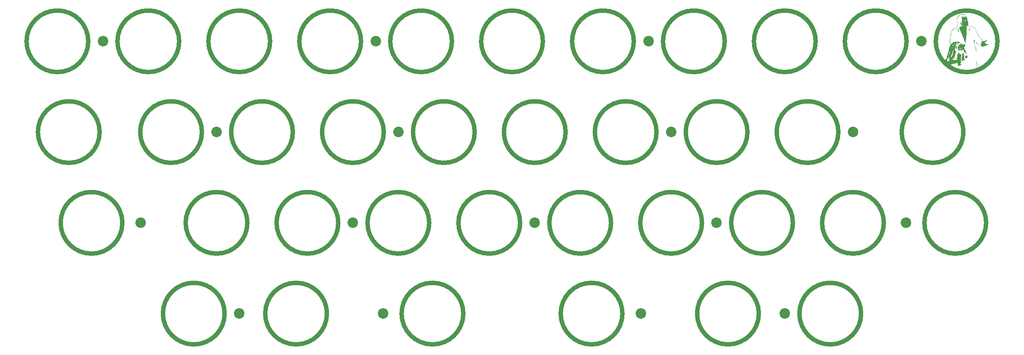
<source format=gbr>
%TF.GenerationSoftware,KiCad,Pcbnew,(7.0.0)*%
%TF.CreationDate,2023-02-19T18:21:45+01:00*%
%TF.ProjectId,travaulta,74726176-6175-46c7-9461-2e6b69636164,rev?*%
%TF.SameCoordinates,Original*%
%TF.FileFunction,Legend,Top*%
%TF.FilePolarity,Positive*%
%FSLAX46Y46*%
G04 Gerber Fmt 4.6, Leading zero omitted, Abs format (unit mm)*
G04 Created by KiCad (PCBNEW (7.0.0)) date 2023-02-19 18:21:45*
%MOMM*%
%LPD*%
G01*
G04 APERTURE LIST*
%ADD10C,0.900000*%
%ADD11C,2.200000*%
G04 APERTURE END LIST*
D10*
%TO.C,SW20*%
X217604500Y-76200000D02*
G75*
G03*
X217604500Y-76200000I-6467000J0D01*
G01*
%TO.C,SW27*%
X169979500Y-95250000D02*
G75*
G03*
X169979500Y-95250000I-6467000J0D01*
G01*
%TO.C,SW15*%
X122354500Y-76200000D02*
G75*
G03*
X122354500Y-76200000I-6467000J0D01*
G01*
%TO.C,SW18*%
X179504500Y-76200000D02*
G75*
G03*
X179504500Y-76200000I-6467000J0D01*
G01*
%TO.C,SW1*%
X60442000Y-57150000D02*
G75*
G03*
X60442000Y-57150000I-6467000J0D01*
G01*
%TO.C,SW9*%
X212842000Y-57150000D02*
G75*
G03*
X212842000Y-57150000I-6467000J0D01*
G01*
%TO.C,SW28*%
X189029500Y-95250000D02*
G75*
G03*
X189029500Y-95250000I-6467000J0D01*
G01*
%TO.C,SW4*%
X117592000Y-57150000D02*
G75*
G03*
X117592000Y-57150000I-6467000J0D01*
G01*
%TO.C,SW17*%
X160454500Y-76200000D02*
G75*
G03*
X160454500Y-76200000I-6467000J0D01*
G01*
%TO.C,SW12*%
X62825000Y-76200000D02*
G75*
G03*
X62825000Y-76200000I-6467000J0D01*
G01*
%TO.C,SW23*%
X93779500Y-95250000D02*
G75*
G03*
X93779500Y-95250000I-6467000J0D01*
G01*
%TO.C,SW34*%
X139022000Y-114300000D02*
G75*
G03*
X139022000Y-114300000I-6467000J0D01*
G01*
%TO.C,SW22*%
X67587000Y-95250000D02*
G75*
G03*
X67587000Y-95250000I-6467000J0D01*
G01*
%TO.C,SW16*%
X141404500Y-76200000D02*
G75*
G03*
X141404500Y-76200000I-6467000J0D01*
G01*
%TO.C,SW14*%
X103304500Y-76200000D02*
G75*
G03*
X103304500Y-76200000I-6467000J0D01*
G01*
%TO.C,SW7*%
X174742000Y-57150000D02*
G75*
G03*
X174742000Y-57150000I-6467000J0D01*
G01*
%TO.C,SW24*%
X112829500Y-95250000D02*
G75*
G03*
X112829500Y-95250000I-6467000J0D01*
G01*
%TO.C,SW11*%
X250942000Y-57150000D02*
G75*
G03*
X250942000Y-57150000I-6467000J0D01*
G01*
%TO.C,SW31*%
X248562000Y-95250000D02*
G75*
G03*
X248562000Y-95250000I-6467000J0D01*
G01*
%TO.C,SW2*%
X79492000Y-57150000D02*
G75*
G03*
X79492000Y-57150000I-6467000J0D01*
G01*
%TO.C,G\u002A\u002A\u002A*%
G36*
X242180616Y-58716357D02*
G01*
X242173263Y-58723711D01*
X242165909Y-58716357D01*
X242173263Y-58709004D01*
X242180616Y-58716357D01*
G37*
G36*
X242827750Y-62393254D02*
G01*
X242820396Y-62400608D01*
X242813042Y-62393254D01*
X242820396Y-62385900D01*
X242827750Y-62393254D01*
G37*
G36*
X242842458Y-62496207D02*
G01*
X242835104Y-62503561D01*
X242827750Y-62496207D01*
X242835104Y-62488853D01*
X242842458Y-62496207D01*
G37*
G36*
X243313100Y-61599044D02*
G01*
X243305747Y-61606398D01*
X243298393Y-61599044D01*
X243305747Y-61591690D01*
X243313100Y-61599044D01*
G37*
G36*
X243357223Y-54054053D02*
G01*
X243349869Y-54061407D01*
X243342516Y-54054053D01*
X243349869Y-54046699D01*
X243357223Y-54054053D01*
G37*
G36*
X243710205Y-53892269D02*
G01*
X243702851Y-53899623D01*
X243695498Y-53892269D01*
X243702851Y-53884916D01*
X243710205Y-53892269D01*
G37*
G36*
X244151433Y-54274667D02*
G01*
X244144079Y-54282020D01*
X244136725Y-54274667D01*
X244144079Y-54267313D01*
X244151433Y-54274667D01*
G37*
G36*
X244313216Y-58378083D02*
G01*
X244305862Y-58385437D01*
X244298509Y-58378083D01*
X244305862Y-58370729D01*
X244313216Y-58378083D01*
G37*
G36*
X244430877Y-58525159D02*
G01*
X244423523Y-58532513D01*
X244416169Y-58525159D01*
X244423523Y-58517805D01*
X244430877Y-58525159D01*
G37*
G36*
X244975058Y-54230544D02*
G01*
X244967704Y-54237898D01*
X244960350Y-54230544D01*
X244967704Y-54223190D01*
X244975058Y-54230544D01*
G37*
G36*
X242190421Y-58684491D02*
G01*
X242188402Y-58693235D01*
X242180616Y-58694296D01*
X242168510Y-58688915D01*
X242170811Y-58684491D01*
X242188266Y-58682731D01*
X242190421Y-58684491D01*
G37*
G36*
X242219837Y-60728845D02*
G01*
X242217818Y-60737589D01*
X242210031Y-60738650D01*
X242197925Y-60733269D01*
X242200226Y-60728845D01*
X242217681Y-60727085D01*
X242219837Y-60728845D01*
G37*
G36*
X243219952Y-53830988D02*
G01*
X243221713Y-53848442D01*
X243219952Y-53850598D01*
X243211209Y-53848579D01*
X243210147Y-53840793D01*
X243215529Y-53828687D01*
X243219952Y-53830988D01*
G37*
G36*
X243596221Y-51786698D02*
G01*
X243598069Y-51792066D01*
X243577837Y-51794116D01*
X243556958Y-51791805D01*
X243559452Y-51786698D01*
X243589564Y-51784755D01*
X243596221Y-51786698D01*
G37*
G36*
X243661180Y-53889818D02*
G01*
X243662940Y-53907273D01*
X243661180Y-53909428D01*
X243652436Y-53907409D01*
X243651375Y-53899623D01*
X243656756Y-53887517D01*
X243661180Y-53889818D01*
G37*
G36*
X244058285Y-60596477D02*
G01*
X244056266Y-60605221D01*
X244048480Y-60606282D01*
X244036374Y-60600901D01*
X244038675Y-60596477D01*
X244056129Y-60594717D01*
X244058285Y-60596477D01*
G37*
G36*
X242599583Y-59763980D02*
G01*
X242592236Y-59786685D01*
X242577524Y-59797365D01*
X242571192Y-59785620D01*
X242573416Y-59768115D01*
X242584439Y-59747853D01*
X242593458Y-59746525D01*
X242599583Y-59763980D01*
G37*
G36*
X242709662Y-55160960D02*
G01*
X242710089Y-55164476D01*
X242698897Y-55178756D01*
X242695382Y-55179183D01*
X242681102Y-55167991D01*
X242680674Y-55164476D01*
X242691866Y-55150195D01*
X242695382Y-55149768D01*
X242709662Y-55160960D01*
G37*
G36*
X242780869Y-62412926D02*
G01*
X242783627Y-62430023D01*
X242777468Y-62453922D01*
X242768920Y-62459438D01*
X242756970Y-62447120D01*
X242754212Y-62430023D01*
X242760371Y-62406123D01*
X242768920Y-62400608D01*
X242780869Y-62412926D01*
G37*
G36*
X242825798Y-62319135D02*
G01*
X242824992Y-62327989D01*
X242806371Y-62350278D01*
X242799254Y-62353727D01*
X242785579Y-62349712D01*
X242786385Y-62340858D01*
X242805006Y-62318569D01*
X242812123Y-62315120D01*
X242825798Y-62319135D01*
G37*
G36*
X242881525Y-62439033D02*
G01*
X242879227Y-62444730D01*
X242866010Y-62458761D01*
X242863651Y-62459438D01*
X242857334Y-62448059D01*
X242857165Y-62444730D01*
X242868472Y-62430588D01*
X242872741Y-62430023D01*
X242881525Y-62439033D01*
G37*
G36*
X243327156Y-59320402D02*
G01*
X243330749Y-59323781D01*
X243340826Y-59343795D01*
X243330749Y-59359079D01*
X243317578Y-59366319D01*
X243313208Y-59348509D01*
X243313100Y-59341430D01*
X243316066Y-59318053D01*
X243327156Y-59320402D01*
G37*
G36*
X245190674Y-54732310D02*
G01*
X245188318Y-54737956D01*
X245168834Y-54752114D01*
X245164520Y-54752663D01*
X245156546Y-54743601D01*
X245158902Y-54737956D01*
X245178386Y-54723797D01*
X245182700Y-54723248D01*
X245190674Y-54732310D01*
G37*
G36*
X244091958Y-52803510D02*
G01*
X244106933Y-52824830D01*
X244100433Y-52846589D01*
X244078763Y-52855385D01*
X244051156Y-52849433D01*
X244042156Y-52842344D01*
X244044386Y-52823925D01*
X244062832Y-52807067D01*
X244085371Y-52801222D01*
X244091958Y-52803510D01*
G37*
G36*
X242623773Y-55016216D02*
G01*
X242624588Y-55020279D01*
X242627563Y-55054895D01*
X242625336Y-55073108D01*
X242612112Y-55090447D01*
X242598461Y-55083566D01*
X242592654Y-55057846D01*
X242598205Y-55022252D01*
X242605388Y-55005017D01*
X242616102Y-54997101D01*
X242623773Y-55016216D01*
G37*
G36*
X243435021Y-51690657D02*
G01*
X243453338Y-51696419D01*
X243452705Y-51701026D01*
X243429939Y-51705460D01*
X243381853Y-51710699D01*
X243364577Y-51712336D01*
X243276331Y-51720565D01*
X243342516Y-51702329D01*
X243388149Y-51692613D01*
X243425349Y-51689561D01*
X243435021Y-51690657D01*
G37*
G36*
X242456376Y-57879067D02*
G01*
X242482988Y-57892265D01*
X242500306Y-57907147D01*
X242494918Y-57913057D01*
X242465576Y-57914326D01*
X242415271Y-57917827D01*
X242373653Y-57923986D01*
X242339175Y-57926433D01*
X242327692Y-57917150D01*
X242340424Y-57893499D01*
X242372368Y-57878266D01*
X242414145Y-57872955D01*
X242456376Y-57879067D01*
G37*
G36*
X243405023Y-52104103D02*
G01*
X243415949Y-52116532D01*
X243416053Y-52118336D01*
X243403553Y-52128583D01*
X243374863Y-52137028D01*
X243343196Y-52141083D01*
X243321766Y-52138158D01*
X243320370Y-52137081D01*
X243313298Y-52117388D01*
X243313100Y-52113392D01*
X243323067Y-52103027D01*
X243355220Y-52100339D01*
X243405023Y-52104103D01*
G37*
G36*
X242080759Y-60623842D02*
G01*
X242123343Y-60631035D01*
X242158657Y-60640522D01*
X242178537Y-60650258D01*
X242178979Y-60656058D01*
X242152987Y-60665227D01*
X242110759Y-60669351D01*
X242065137Y-60667800D01*
X242037941Y-60662968D01*
X241996252Y-60647642D01*
X241982972Y-60634075D01*
X241998041Y-60624462D01*
X242039069Y-60620990D01*
X242080759Y-60623842D01*
G37*
G36*
X244035813Y-60112480D02*
G01*
X244038001Y-60135334D01*
X244032524Y-60176085D01*
X244023950Y-60226458D01*
X244016505Y-60270555D01*
X244014473Y-60282715D01*
X244011368Y-60287412D01*
X244008595Y-60266983D01*
X244006653Y-60225717D01*
X244006360Y-60212854D01*
X244006668Y-60154673D01*
X244010829Y-60121039D01*
X244019641Y-60107244D01*
X244024410Y-60106224D01*
X244035813Y-60112480D01*
G37*
G36*
X240590779Y-61219368D02*
G01*
X240616414Y-61236412D01*
X240618361Y-61263844D01*
X240597399Y-61295725D01*
X240578727Y-61311365D01*
X240541725Y-61332412D01*
X240501846Y-61347474D01*
X240467568Y-61354367D01*
X240447368Y-61350909D01*
X240445121Y-61345779D01*
X240455013Y-61326124D01*
X240474161Y-61305232D01*
X240499694Y-61275262D01*
X240511490Y-61252835D01*
X240533899Y-61222984D01*
X240573313Y-61216099D01*
X240590779Y-61219368D01*
G37*
G36*
X243189972Y-53647823D02*
G01*
X243205318Y-53680682D01*
X243209791Y-53724538D01*
X243203214Y-53763544D01*
X243189823Y-53795722D01*
X243176880Y-53811146D01*
X243175560Y-53811378D01*
X243168647Y-53800607D01*
X243170979Y-53790267D01*
X243169774Y-53768946D01*
X243163190Y-53763859D01*
X243152882Y-53747240D01*
X243146103Y-53711938D01*
X243145084Y-53696725D01*
X243146323Y-53655928D01*
X243155374Y-53637669D01*
X243166314Y-53634887D01*
X243189972Y-53647823D01*
G37*
G36*
X242625232Y-57748540D02*
G01*
X242700287Y-57770442D01*
X242732151Y-57782992D01*
X242747829Y-57791321D01*
X242738516Y-57795101D01*
X242715512Y-57796138D01*
X242677058Y-57804694D01*
X242643195Y-57832637D01*
X242630195Y-57848610D01*
X242604267Y-57881286D01*
X242584681Y-57895105D01*
X242560109Y-57893063D01*
X242519222Y-57878152D01*
X242518891Y-57878025D01*
X242475116Y-57864273D01*
X242437188Y-57857239D01*
X242434322Y-57857083D01*
X242406578Y-57850337D01*
X242406052Y-57833300D01*
X242432642Y-57806572D01*
X242444702Y-57797597D01*
X242505106Y-57761728D01*
X242562727Y-57745506D01*
X242625232Y-57748540D01*
G37*
G36*
X243280266Y-53875704D02*
G01*
X243270511Y-53883657D01*
X243258479Y-53903398D01*
X243261999Y-53926882D01*
X243277524Y-53940378D01*
X243285114Y-53940206D01*
X243304818Y-53947898D01*
X243308814Y-53954787D01*
X243305104Y-53967028D01*
X243288591Y-53964617D01*
X243270328Y-53960009D01*
X243276454Y-53968196D01*
X243285984Y-53976251D01*
X243302069Y-54000735D01*
X243296284Y-54021575D01*
X243277530Y-54039852D01*
X243254822Y-54047094D01*
X243240208Y-54040328D01*
X243239212Y-54035668D01*
X243235914Y-54015319D01*
X243228192Y-53978829D01*
X243225961Y-53969078D01*
X243223201Y-53919538D01*
X243238688Y-53884818D01*
X243269712Y-53870522D01*
X243273705Y-53870433D01*
X243280266Y-53875704D01*
G37*
G36*
X242973817Y-54279140D02*
G01*
X242984076Y-54305761D01*
X242996204Y-54356590D01*
X243002027Y-54387535D01*
X243015140Y-54450876D01*
X243033731Y-54526880D01*
X243054040Y-54600282D01*
X243056400Y-54608148D01*
X243085289Y-54716399D01*
X243099521Y-54801825D01*
X243099101Y-54863755D01*
X243084036Y-54901519D01*
X243054329Y-54914445D01*
X243053917Y-54914447D01*
X243041895Y-54905758D01*
X243035482Y-54876698D01*
X243033656Y-54825234D01*
X243031490Y-54773011D01*
X243025886Y-54730148D01*
X243020069Y-54710634D01*
X243011078Y-54681959D01*
X243000663Y-54629550D01*
X242989668Y-54559001D01*
X242978936Y-54475906D01*
X242969311Y-54385858D01*
X242966520Y-54355558D01*
X242963812Y-54302934D01*
X242966654Y-54277829D01*
X242973817Y-54279140D01*
G37*
G36*
X244768407Y-62097331D02*
G01*
X244770641Y-62113562D01*
X244745593Y-62139672D01*
X244744543Y-62140502D01*
X244706224Y-62170644D01*
X244717216Y-62333425D01*
X244726054Y-62464641D01*
X244733048Y-62569448D01*
X244738373Y-62650783D01*
X244742202Y-62711583D01*
X244744710Y-62754785D01*
X244746070Y-62783326D01*
X244746458Y-62800142D01*
X244746048Y-62808172D01*
X244745485Y-62810003D01*
X244737104Y-62802699D01*
X244724535Y-62782083D01*
X244716005Y-62750060D01*
X244710442Y-62694767D01*
X244708390Y-62622250D01*
X244708476Y-62603341D01*
X244707587Y-62531820D01*
X244703923Y-62463219D01*
X244698165Y-62408264D01*
X244694942Y-62390258D01*
X244688457Y-62338872D01*
X244688406Y-62279008D01*
X244693758Y-62217644D01*
X244703484Y-62161761D01*
X244716555Y-62118336D01*
X244731941Y-62094349D01*
X244738977Y-62091748D01*
X244768407Y-62097331D01*
G37*
G36*
X243587292Y-51597886D02*
G01*
X243621960Y-51597886D01*
X243629313Y-51605240D01*
X243636667Y-51597886D01*
X243629313Y-51590532D01*
X243621960Y-51597886D01*
X243587292Y-51597886D01*
X243617253Y-51582038D01*
X243656102Y-51575624D01*
X243701055Y-51572620D01*
X243735943Y-51566555D01*
X243761759Y-51565166D01*
X243769036Y-51573132D01*
X243756333Y-51586271D01*
X243728590Y-51594706D01*
X243705599Y-51598877D01*
X243708888Y-51601451D01*
X243739620Y-51603682D01*
X243791097Y-51606531D01*
X243732267Y-51627725D01*
X243687960Y-51641342D01*
X243650866Y-51648875D01*
X243644021Y-51649366D01*
X243624702Y-51651925D01*
X243632586Y-51661362D01*
X243636667Y-51664070D01*
X243648516Y-51674902D01*
X243634014Y-51678413D01*
X243626862Y-51678553D01*
X243598568Y-51686196D01*
X243588338Y-51697162D01*
X243577213Y-51708106D01*
X243553369Y-51698882D01*
X243552231Y-51698216D01*
X243523454Y-51688465D01*
X243506186Y-51697481D01*
X243492049Y-51704868D01*
X243489591Y-51699699D01*
X243498209Y-51675110D01*
X243518003Y-51646026D01*
X243539881Y-51624389D01*
X243550306Y-51619948D01*
X243571947Y-51610522D01*
X243587292Y-51597886D01*
G37*
G36*
X244995525Y-54266015D02*
G01*
X244997119Y-54267313D01*
X245015596Y-54288325D01*
X245019180Y-54298093D01*
X245024896Y-54317245D01*
X245039716Y-54354170D01*
X245055949Y-54390949D01*
X245075485Y-54434868D01*
X245088820Y-54467159D01*
X245092718Y-54479195D01*
X245098306Y-54495822D01*
X245112762Y-54530708D01*
X245127761Y-54564706D01*
X245156601Y-54631109D01*
X245172023Y-54675156D01*
X245174118Y-54700622D01*
X245162978Y-54711280D01*
X245138695Y-54710902D01*
X245131285Y-54709656D01*
X245124097Y-54719351D01*
X245126129Y-54736939D01*
X245122127Y-54766709D01*
X245096025Y-54808262D01*
X245075282Y-54833165D01*
X245041717Y-54868597D01*
X245014297Y-54892744D01*
X245001295Y-54899739D01*
X244994067Y-54885234D01*
X244990893Y-54841975D01*
X244991795Y-54770343D01*
X244992875Y-54743129D01*
X244997143Y-54668842D01*
X245002731Y-54618808D01*
X245010566Y-54587867D01*
X245021579Y-54570858D01*
X245024316Y-54568622D01*
X245035345Y-54557917D01*
X245039635Y-54542475D01*
X245036657Y-54516103D01*
X245025881Y-54472607D01*
X245011925Y-54423504D01*
X244990742Y-54347642D01*
X244978780Y-54296793D01*
X244975768Y-54268126D01*
X244981439Y-54258810D01*
X244995525Y-54266015D01*
G37*
G36*
X242705769Y-54325096D02*
G01*
X242714180Y-54361887D01*
X242720624Y-54415526D01*
X242724202Y-54479730D01*
X242724635Y-54509253D01*
X242723465Y-54557532D01*
X242719063Y-54580448D01*
X242710436Y-54581964D01*
X242707148Y-54579114D01*
X242683461Y-54562605D01*
X242672602Y-54570780D01*
X242673497Y-54587203D01*
X242678353Y-54614890D01*
X242679549Y-54623377D01*
X242689874Y-54639901D01*
X242713383Y-54665767D01*
X242715144Y-54667499D01*
X242744615Y-54703996D01*
X242767518Y-54752165D01*
X242786475Y-54818624D01*
X242798458Y-54877678D01*
X242809443Y-54938032D01*
X242822767Y-55011444D01*
X242835547Y-55082026D01*
X242835552Y-55082053D01*
X242846579Y-55140556D01*
X242856760Y-55190273D01*
X242864199Y-55222032D01*
X242865200Y-55225452D01*
X242865361Y-55248264D01*
X242850355Y-55250518D01*
X242831019Y-55234337D01*
X242819134Y-55215018D01*
X242796946Y-55174757D01*
X242767328Y-55118909D01*
X242733152Y-55052832D01*
X242722588Y-55032107D01*
X242629198Y-54848263D01*
X242630280Y-54685841D01*
X242633091Y-54613679D01*
X242639938Y-54538297D01*
X242649815Y-54465398D01*
X242661719Y-54400683D01*
X242674643Y-54349851D01*
X242687582Y-54318605D01*
X242696293Y-54311436D01*
X242705769Y-54325096D01*
G37*
G36*
X243831416Y-59538708D02*
G01*
X243860586Y-59561059D01*
X243863801Y-59565316D01*
X243878491Y-59602038D01*
X243886369Y-59654236D01*
X243886966Y-59671946D01*
X243889229Y-59718798D01*
X243895091Y-59784260D01*
X243903534Y-59857891D01*
X243909227Y-59900318D01*
X243920096Y-59986695D01*
X243930044Y-60083340D01*
X243937421Y-60173648D01*
X243939152Y-60201824D01*
X243943997Y-60272389D01*
X243950366Y-60338867D01*
X243957216Y-60391154D01*
X243960526Y-60408953D01*
X243969185Y-60464856D01*
X243973111Y-60524740D01*
X243973118Y-60533968D01*
X243974075Y-60571873D01*
X243978300Y-60619048D01*
X243986455Y-60680583D01*
X243999200Y-60761564D01*
X244014044Y-60848957D01*
X244019516Y-60888337D01*
X244025456Y-60942723D01*
X244028968Y-60981326D01*
X244036241Y-61069571D01*
X243972500Y-61094701D01*
X243929895Y-61110374D01*
X243869357Y-61131235D01*
X243801062Y-61153813D01*
X243768681Y-61164188D01*
X243705635Y-61185315D01*
X243650845Y-61205788D01*
X243612046Y-61222614D01*
X243599944Y-61229503D01*
X243581116Y-61247505D01*
X243581710Y-61267786D01*
X243591845Y-61288878D01*
X243604259Y-61318045D01*
X243598471Y-61336300D01*
X243584091Y-61348719D01*
X243552647Y-61367857D01*
X243533770Y-61364493D01*
X243523133Y-61345338D01*
X243504542Y-61315037D01*
X243494158Y-61304893D01*
X243474269Y-61278360D01*
X243452857Y-61232712D01*
X243433384Y-61177821D01*
X243419315Y-61123559D01*
X243414112Y-61079800D01*
X243414188Y-61076925D01*
X243420362Y-61029886D01*
X243433099Y-60975172D01*
X243437913Y-60959264D01*
X243447203Y-60919352D01*
X243457051Y-60858071D01*
X243466348Y-60783425D01*
X243473980Y-60703412D01*
X243474678Y-60694528D01*
X243482747Y-60592442D01*
X243489909Y-60511676D01*
X243497166Y-60444197D01*
X243505521Y-60381971D01*
X243515979Y-60316965D01*
X243529542Y-60241146D01*
X243534922Y-60212108D01*
X243547623Y-60129991D01*
X243557356Y-60040603D01*
X243562615Y-59958910D01*
X243563129Y-59931656D01*
X243570308Y-59811813D01*
X243591500Y-59714335D01*
X243626187Y-59640389D01*
X243673852Y-59591136D01*
X243724131Y-59569569D01*
X243758185Y-59558618D01*
X243777089Y-59546205D01*
X243799842Y-59532932D01*
X243831416Y-59538708D01*
G37*
G36*
X244447600Y-60128286D02*
G01*
X244475000Y-60128286D01*
X244482353Y-60135639D01*
X244489707Y-60128286D01*
X244482353Y-60120932D01*
X244475000Y-60128286D01*
X244447600Y-60128286D01*
X244451730Y-60113221D01*
X244473791Y-60107250D01*
X244512244Y-60114657D01*
X244531490Y-60124521D01*
X244549418Y-60146122D01*
X244568712Y-60184243D01*
X244592059Y-60243666D01*
X244605052Y-60279905D01*
X244622912Y-60325748D01*
X244639919Y-60361600D01*
X244647429Y-60373420D01*
X244662900Y-60401759D01*
X244674777Y-60436790D01*
X244690228Y-60480312D01*
X244712675Y-60526055D01*
X244713899Y-60528152D01*
X244734746Y-60569220D01*
X244737810Y-60596935D01*
X244720157Y-60614301D01*
X244678857Y-60624325D01*
X244614722Y-60629802D01*
X244545207Y-60635063D01*
X244474799Y-60642513D01*
X244418425Y-60650568D01*
X244417145Y-60650796D01*
X244366658Y-60657807D01*
X244311003Y-60662402D01*
X244256407Y-60664549D01*
X244209095Y-60664217D01*
X244175293Y-60661376D01*
X244161226Y-60655994D01*
X244163982Y-60652050D01*
X244176219Y-60638004D01*
X244170336Y-60615454D01*
X244164573Y-60604476D01*
X244151260Y-60572332D01*
X244148737Y-60552238D01*
X244141583Y-60529335D01*
X244137115Y-60525632D01*
X244124426Y-60504662D01*
X244122018Y-60487754D01*
X244116171Y-60464322D01*
X244108437Y-60459206D01*
X244104987Y-60447959D01*
X244114312Y-60420384D01*
X244116708Y-60415405D01*
X244130230Y-60391264D01*
X244145594Y-60379100D01*
X244171458Y-60376176D01*
X244216479Y-60379754D01*
X244226244Y-60380768D01*
X244274799Y-60384858D01*
X244299915Y-60383509D01*
X244307220Y-60375783D01*
X244305356Y-60367591D01*
X244287508Y-60347109D01*
X244253669Y-60323712D01*
X244242492Y-60317659D01*
X244206780Y-60298465D01*
X244183809Y-60284181D01*
X244180848Y-60281643D01*
X244162368Y-60270127D01*
X244144311Y-60262398D01*
X244128012Y-60253968D01*
X244132959Y-60244505D01*
X244162021Y-60228868D01*
X244163428Y-60228187D01*
X244195179Y-60207040D01*
X244204796Y-60187188D01*
X244204284Y-60185395D01*
X244203806Y-60163211D01*
X244223921Y-60158584D01*
X244261417Y-60171791D01*
X244275498Y-60179229D01*
X244309199Y-60196294D01*
X244324637Y-60197693D01*
X244327924Y-60186865D01*
X244337956Y-60171633D01*
X244370920Y-60165406D01*
X244386754Y-60165055D01*
X244425243Y-60162588D01*
X244442254Y-60152618D01*
X244445584Y-60135639D01*
X244447600Y-60128286D01*
G37*
G36*
X242149021Y-58534182D02*
G01*
X242268862Y-58534182D01*
X242280938Y-58544370D01*
X242309068Y-58546341D01*
X242341110Y-58540246D01*
X242356681Y-58533087D01*
X242371731Y-58518527D01*
X242371389Y-58512994D01*
X242352380Y-58509621D01*
X242320663Y-58513300D01*
X242288993Y-58521395D01*
X242270121Y-58531271D01*
X242268862Y-58534182D01*
X242149021Y-58534182D01*
X242155313Y-58378906D01*
X242159998Y-58283559D01*
X242166285Y-58212630D01*
X242175799Y-58161121D01*
X242190167Y-58124035D01*
X242211013Y-58096372D01*
X242239962Y-58073137D01*
X242258630Y-58061223D01*
X242297761Y-58044908D01*
X242345338Y-58035038D01*
X242391388Y-58032453D01*
X242425934Y-58037994D01*
X242437377Y-58046156D01*
X242433599Y-58063920D01*
X242417539Y-58079684D01*
X242377135Y-58115607D01*
X242335585Y-58165155D01*
X242296424Y-58222210D01*
X242263193Y-58280657D01*
X242239427Y-58334377D01*
X242228665Y-58377253D01*
X242232149Y-58400236D01*
X242248237Y-58408900D01*
X242266385Y-58393797D01*
X242282618Y-58359948D01*
X242291066Y-58325760D01*
X242301236Y-58289285D01*
X242314635Y-58269158D01*
X242318746Y-58267776D01*
X242343687Y-58279323D01*
X242375478Y-58308422D01*
X242406958Y-58346758D01*
X242430971Y-58386016D01*
X242439046Y-58407498D01*
X242454174Y-58455292D01*
X242470035Y-58492413D01*
X242479912Y-58516169D01*
X242480031Y-58537516D01*
X242468097Y-58564875D01*
X242441816Y-58606667D01*
X242436870Y-58614135D01*
X242391799Y-58675163D01*
X242355764Y-58708642D01*
X242328373Y-58714888D01*
X242318661Y-58708797D01*
X242296891Y-58701878D01*
X242267350Y-58705414D01*
X242244272Y-58716416D01*
X242239447Y-58725427D01*
X242252172Y-58735496D01*
X242279893Y-58740422D01*
X242305140Y-58742427D01*
X242302381Y-58745575D01*
X242287246Y-58748798D01*
X242260416Y-58764096D01*
X242254154Y-58790918D01*
X242245279Y-58820113D01*
X242221374Y-58825058D01*
X242201225Y-58815408D01*
X242186813Y-58790695D01*
X242189005Y-58757293D01*
X242206754Y-58730040D01*
X242207291Y-58729637D01*
X242220858Y-58712331D01*
X242218857Y-58686942D01*
X242254154Y-58686942D01*
X242261508Y-58694296D01*
X242268862Y-58686942D01*
X242261508Y-58679589D01*
X242254154Y-58686942D01*
X242218857Y-58686942D01*
X242218716Y-58685153D01*
X242213019Y-58667130D01*
X242208302Y-58650173D01*
X242239447Y-58650173D01*
X242244465Y-58664499D01*
X242245932Y-58664881D01*
X242258489Y-58654575D01*
X242261508Y-58650173D01*
X242260342Y-58636621D01*
X242255022Y-58635466D01*
X242240045Y-58646142D01*
X242239447Y-58650173D01*
X242208302Y-58650173D01*
X242204123Y-58635148D01*
X242208679Y-58622330D01*
X242218150Y-58620758D01*
X242237181Y-58609976D01*
X242239447Y-58601244D01*
X242228490Y-58588100D01*
X242193793Y-58588432D01*
X242192995Y-58588548D01*
X242146542Y-58595365D01*
X242148195Y-58554574D01*
X242239447Y-58554574D01*
X242246800Y-58561928D01*
X242254154Y-58554574D01*
X242246800Y-58547220D01*
X242239447Y-58554574D01*
X242148195Y-58554574D01*
X242149021Y-58534182D01*
G37*
G36*
X243500220Y-52488563D02*
G01*
X244563245Y-52488563D01*
X244574463Y-52502007D01*
X244577953Y-52502403D01*
X244590860Y-52490431D01*
X244592660Y-52479473D01*
X244585530Y-52464250D01*
X244577953Y-52465634D01*
X244563806Y-52484437D01*
X244563245Y-52488563D01*
X243500220Y-52488563D01*
X243489444Y-52441735D01*
X243475786Y-52415060D01*
X243455215Y-52378778D01*
X243441544Y-52324211D01*
X243435994Y-52261936D01*
X243439788Y-52202529D01*
X243447606Y-52171109D01*
X243458585Y-52128418D01*
X243453424Y-52098606D01*
X243449734Y-52091954D01*
X243442272Y-52070921D01*
X243453650Y-52051499D01*
X243475980Y-52033275D01*
X243504593Y-52006612D01*
X243518696Y-51982667D01*
X243519007Y-51979843D01*
X243529127Y-51960590D01*
X243537530Y-51958222D01*
X243558919Y-51946952D01*
X243575102Y-51927721D01*
X243595801Y-51907210D01*
X243628878Y-51885235D01*
X243664637Y-51866958D01*
X243693376Y-51857545D01*
X243704144Y-51859012D01*
X243698838Y-51872039D01*
X243678501Y-51897028D01*
X243650305Y-51926655D01*
X243621428Y-51953592D01*
X243599043Y-51970514D01*
X243592577Y-51972930D01*
X243579105Y-51984660D01*
X243577837Y-51992630D01*
X243565780Y-52012333D01*
X243538831Y-52030103D01*
X243513259Y-52047502D01*
X243513864Y-52061915D01*
X243534909Y-52063163D01*
X243577546Y-52048879D01*
X243630085Y-52024488D01*
X243690969Y-51995053D01*
X243733194Y-51979071D01*
X243763666Y-51975447D01*
X243789292Y-51983085D01*
X243810072Y-51995956D01*
X243834684Y-52006966D01*
X243875052Y-52014835D01*
X243935691Y-52020150D01*
X244021116Y-52023494D01*
X244022928Y-52023541D01*
X244098313Y-52025261D01*
X244150167Y-52025264D01*
X244184366Y-52022584D01*
X244206785Y-52016254D01*
X244223299Y-52005308D01*
X244239783Y-51988781D01*
X244240778Y-51987721D01*
X244288903Y-51920700D01*
X244307650Y-51853174D01*
X244297041Y-51784484D01*
X244257102Y-51713975D01*
X244250979Y-51706155D01*
X244218288Y-51673935D01*
X244176097Y-51643614D01*
X244130569Y-51618054D01*
X244087865Y-51600117D01*
X244054148Y-51592666D01*
X244035578Y-51598565D01*
X244033772Y-51605240D01*
X244045622Y-51618431D01*
X244054965Y-51619948D01*
X244077335Y-51628140D01*
X244091235Y-51645172D01*
X244089327Y-51657541D01*
X244071631Y-51657605D01*
X244043670Y-51645152D01*
X244017344Y-51627002D01*
X244004554Y-51609974D01*
X244004472Y-51608917D01*
X243992630Y-51590354D01*
X243985972Y-51588292D01*
X243957032Y-51583538D01*
X243952880Y-51582635D01*
X243928896Y-51579780D01*
X243891143Y-51577580D01*
X243889505Y-51577521D01*
X243857641Y-51572508D01*
X243849599Y-51561823D01*
X243850206Y-51560666D01*
X243869686Y-51552586D01*
X243905836Y-51552368D01*
X243913581Y-51553328D01*
X243967588Y-51561149D01*
X243923465Y-51539898D01*
X243832689Y-51509035D01*
X243723444Y-51492728D01*
X243602836Y-51491003D01*
X243477972Y-51503886D01*
X243355957Y-51531400D01*
X243335162Y-51537807D01*
X243223843Y-51579071D01*
X243123095Y-51629247D01*
X243026031Y-51692692D01*
X242925763Y-51773762D01*
X242845646Y-51847479D01*
X242768486Y-51923987D01*
X242709860Y-51989245D01*
X242664963Y-52049909D01*
X242628989Y-52112634D01*
X242597134Y-52184074D01*
X242590483Y-52200897D01*
X242560096Y-52297184D01*
X242538168Y-52403639D01*
X242525800Y-52510946D01*
X242524095Y-52609786D01*
X242533108Y-52686247D01*
X242543729Y-52741013D01*
X242555022Y-52808628D01*
X242562918Y-52862738D01*
X242575940Y-52932649D01*
X242596849Y-53014119D01*
X242623114Y-53099703D01*
X242652206Y-53181960D01*
X242681595Y-53253445D01*
X242708751Y-53306716D01*
X242719024Y-53322053D01*
X242757021Y-53371870D01*
X242719928Y-53426164D01*
X242690677Y-53474941D01*
X242657896Y-53538618D01*
X242626343Y-53606937D01*
X242600779Y-53669639D01*
X242586700Y-53713301D01*
X242572781Y-53748267D01*
X242547518Y-53794765D01*
X242525663Y-53828935D01*
X242498139Y-53872335D01*
X242478981Y-53908960D01*
X242473074Y-53927012D01*
X242476404Y-53986188D01*
X242497786Y-54028128D01*
X242505610Y-54036241D01*
X242529375Y-54064108D01*
X242531647Y-54078622D01*
X242514562Y-54075495D01*
X242493153Y-54061239D01*
X242441487Y-54006645D01*
X242417620Y-53947450D01*
X242421960Y-53886603D01*
X242454911Y-53827051D01*
X242460060Y-53820979D01*
X242486550Y-53788793D01*
X242502291Y-53765772D01*
X242504183Y-53760726D01*
X242510035Y-53742501D01*
X242525687Y-53704307D01*
X242548287Y-53652731D01*
X242574982Y-53594357D01*
X242590563Y-53561349D01*
X242609343Y-53525663D01*
X242635163Y-53480673D01*
X242644162Y-53465749D01*
X242671836Y-53406657D01*
X242679264Y-53355786D01*
X242665911Y-53318455D01*
X242659558Y-53312104D01*
X242640937Y-53285309D01*
X242629113Y-53252104D01*
X242616551Y-53211324D01*
X242596921Y-53162747D01*
X242591217Y-53150501D01*
X242577462Y-53119423D01*
X242565635Y-53085243D01*
X242554324Y-53042228D01*
X242542113Y-52984643D01*
X242527592Y-52906752D01*
X242518494Y-52855385D01*
X242507405Y-52794405D01*
X242496028Y-52735446D01*
X242488896Y-52700955D01*
X242473821Y-52575683D01*
X242478594Y-52438557D01*
X242501895Y-52298151D01*
X242542407Y-52163039D01*
X242586937Y-52063359D01*
X242637816Y-51970242D01*
X242680449Y-51900185D01*
X242718005Y-51849135D01*
X242753654Y-51813044D01*
X242790567Y-51787860D01*
X242810084Y-51778271D01*
X242889707Y-51737762D01*
X242975267Y-51685707D01*
X243054063Y-51630205D01*
X243095555Y-51596191D01*
X243156527Y-51555421D01*
X243231288Y-51525589D01*
X243235278Y-51524482D01*
X243300440Y-51506560D01*
X243372496Y-51486385D01*
X243408700Y-51476094D01*
X243465743Y-51463499D01*
X243535815Y-51455478D01*
X243625042Y-51451493D01*
X243695821Y-51450810D01*
X243795726Y-51452425D01*
X243873184Y-51458146D01*
X243935031Y-51469284D01*
X243988102Y-51487152D01*
X244039234Y-51513062D01*
X244048480Y-51518513D01*
X244073790Y-51531969D01*
X244114940Y-51552226D01*
X244144867Y-51566405D01*
X244233472Y-51618137D01*
X244303869Y-51680531D01*
X244353248Y-51749764D01*
X244378797Y-51822013D01*
X244379320Y-51885157D01*
X244376155Y-51917312D01*
X244380089Y-51948446D01*
X244393395Y-51986339D01*
X244418349Y-52038770D01*
X244431997Y-52065354D01*
X244467556Y-52130369D01*
X244506181Y-52195482D01*
X244540845Y-52248970D01*
X244548489Y-52259727D01*
X244592808Y-52328020D01*
X244623931Y-52391925D01*
X244639745Y-52445937D01*
X244638136Y-52484547D01*
X244636320Y-52488561D01*
X244622862Y-52534868D01*
X244631263Y-52575206D01*
X244643750Y-52590327D01*
X244657135Y-52606385D01*
X244654647Y-52627114D01*
X244643750Y-52650228D01*
X244624202Y-52711669D01*
X244631683Y-52766024D01*
X244644605Y-52788335D01*
X244661650Y-52819004D01*
X244666198Y-52837855D01*
X244676115Y-52859250D01*
X244701562Y-52891554D01*
X244723343Y-52914284D01*
X244760409Y-52957401D01*
X244789762Y-53004030D01*
X244798523Y-53024389D01*
X244808529Y-53063273D01*
X244804117Y-53091349D01*
X244783057Y-53124352D01*
X244749555Y-53169665D01*
X244783273Y-53228250D01*
X244795667Y-53251018D01*
X244804334Y-53272781D01*
X244809676Y-53298755D01*
X244812096Y-53334152D01*
X244811996Y-53384186D01*
X244809779Y-53454070D01*
X244806626Y-53530722D01*
X244800267Y-53647534D01*
X244792357Y-53735236D01*
X244782909Y-53793729D01*
X244775289Y-53817442D01*
X244761974Y-53847568D01*
X244757851Y-53863120D01*
X244758057Y-53863434D01*
X244798927Y-53887325D01*
X244859172Y-53909842D01*
X244928807Y-53927809D01*
X244990552Y-53937396D01*
X245062730Y-53947159D01*
X245139973Y-53961745D01*
X245195625Y-53975340D01*
X245254082Y-53989717D01*
X245309548Y-53999587D01*
X245344040Y-54002576D01*
X245390677Y-54007104D01*
X245446653Y-54018525D01*
X245469101Y-54024765D01*
X245509568Y-54035716D01*
X245571532Y-54050676D01*
X245647635Y-54067947D01*
X245730519Y-54085830D01*
X245761368Y-54092248D01*
X245861694Y-54113730D01*
X245939351Y-54133172D01*
X246000696Y-54153323D01*
X246052084Y-54176930D01*
X246099870Y-54206742D01*
X246150409Y-54245506D01*
X246187298Y-54276424D01*
X246246434Y-54329463D01*
X246286140Y-54373631D01*
X246311135Y-54416860D01*
X246326135Y-54467079D01*
X246334974Y-54524696D01*
X246349470Y-54597057D01*
X246376549Y-54687938D01*
X246413472Y-54790745D01*
X246457499Y-54898887D01*
X246505891Y-55005773D01*
X246555909Y-55104812D01*
X246604815Y-55189412D01*
X246622228Y-55215952D01*
X246655494Y-55266390D01*
X246690803Y-55322636D01*
X246701868Y-55340967D01*
X246735387Y-55394497D01*
X246772329Y-55449476D01*
X246784084Y-55465981D01*
X246827549Y-55538746D01*
X246868358Y-55630835D01*
X246902752Y-55732177D01*
X246926974Y-55832702D01*
X246931779Y-55861772D01*
X246949081Y-55954506D01*
X246971157Y-56021453D01*
X246999584Y-56066067D01*
X247035940Y-56091801D01*
X247037056Y-56092270D01*
X247112956Y-56137251D01*
X247168815Y-56202544D01*
X247183224Y-56228489D01*
X247230978Y-56304865D01*
X247284316Y-56356013D01*
X247338284Y-56379321D01*
X247379891Y-56395293D01*
X247419327Y-56428984D01*
X247459177Y-56483564D01*
X247502027Y-56562206D01*
X247522593Y-56605455D01*
X247580874Y-56712907D01*
X247650592Y-56803339D01*
X247664949Y-56818715D01*
X247717917Y-56879169D01*
X247752882Y-56933459D01*
X247776272Y-56991424D01*
X247804023Y-57058433D01*
X247838917Y-57099125D01*
X247884746Y-57116405D01*
X247936983Y-57114576D01*
X247977735Y-57108508D01*
X248037962Y-57099812D01*
X248107998Y-57089874D01*
X248150056Y-57083984D01*
X248217368Y-57073019D01*
X248276561Y-57060491D01*
X248319708Y-57048230D01*
X248335594Y-57041141D01*
X248359538Y-57030920D01*
X248404463Y-57015973D01*
X248462741Y-56998423D01*
X248526748Y-56980394D01*
X248588856Y-56964011D01*
X248641440Y-56951397D01*
X248676874Y-56944677D01*
X248683995Y-56944109D01*
X248707821Y-56956784D01*
X248728766Y-56987479D01*
X248739799Y-57025093D01*
X248740199Y-57032878D01*
X248731578Y-57065486D01*
X248710005Y-57105366D01*
X248681914Y-57143552D01*
X248653739Y-57171081D01*
X248635012Y-57179415D01*
X248614476Y-57185555D01*
X248578492Y-57201093D01*
X248559321Y-57210376D01*
X248498693Y-57231841D01*
X248421116Y-57246170D01*
X248390971Y-57249074D01*
X248330639Y-57255181D01*
X248290801Y-57264667D01*
X248262543Y-57280304D01*
X248247572Y-57293657D01*
X248222995Y-57321037D01*
X248210968Y-57339939D01*
X248210726Y-57341430D01*
X248220064Y-57357360D01*
X248244082Y-57386702D01*
X248265880Y-57410624D01*
X248302504Y-57452881D01*
X248333625Y-57494829D01*
X248344394Y-57512400D01*
X248371199Y-57545084D01*
X248416756Y-57573024D01*
X248454701Y-57588993D01*
X248511521Y-57613051D01*
X248565785Y-57639977D01*
X248594276Y-57656666D01*
X248630268Y-57677926D01*
X248684303Y-57706998D01*
X248747740Y-57739313D01*
X248787021Y-57758506D01*
X248856325Y-57792443D01*
X248903658Y-57818347D01*
X248933860Y-57840284D01*
X248951771Y-57862318D01*
X248962232Y-57888516D01*
X248967396Y-57910019D01*
X248971444Y-57938108D01*
X248964492Y-57956345D01*
X248940680Y-57972294D01*
X248907149Y-57987784D01*
X248851683Y-58005725D01*
X248795345Y-58008405D01*
X248732071Y-57994827D01*
X248655794Y-57963993D01*
X248603086Y-57937746D01*
X248551241Y-57912916D01*
X248506166Y-57895199D01*
X248471948Y-57885422D01*
X248452672Y-57884411D01*
X248452424Y-57892991D01*
X248475144Y-57911889D01*
X248529818Y-57954993D01*
X248557748Y-57993451D01*
X248560180Y-58031660D01*
X248538360Y-58074021D01*
X248525632Y-58090157D01*
X248479831Y-58126421D01*
X248429381Y-58136826D01*
X248380801Y-58121049D01*
X248355053Y-58098639D01*
X248324442Y-58072144D01*
X248296636Y-58061478D01*
X248278401Y-58067187D01*
X248276501Y-58089818D01*
X248277245Y-58092339D01*
X248275458Y-58127670D01*
X248251802Y-58157930D01*
X248213782Y-58179624D01*
X248168903Y-58189258D01*
X248124669Y-58183337D01*
X248104312Y-58172879D01*
X248074033Y-58155573D01*
X248050375Y-58155048D01*
X248028461Y-58174393D01*
X248003417Y-58216699D01*
X247988852Y-58246068D01*
X247959843Y-58295709D01*
X247920961Y-58348366D01*
X247877577Y-58398237D01*
X247835063Y-58439522D01*
X247798791Y-58466420D01*
X247778072Y-58473682D01*
X247743447Y-58464433D01*
X247697587Y-58440787D01*
X247650303Y-58408895D01*
X247611406Y-58374910D01*
X247600630Y-58362421D01*
X247563271Y-58324632D01*
X247514143Y-58288479D01*
X247492820Y-58276299D01*
X247447901Y-58251123D01*
X247389785Y-58215467D01*
X247329195Y-58175967D01*
X247313564Y-58165340D01*
X247251526Y-58123023D01*
X247186852Y-58079400D01*
X247131666Y-58042640D01*
X247122365Y-58036523D01*
X247072286Y-57999508D01*
X247013996Y-57950234D01*
X246958862Y-57898395D01*
X246950902Y-57890314D01*
X246908811Y-57848605D01*
X246873501Y-57816542D01*
X246850474Y-57798999D01*
X246845762Y-57797133D01*
X246827971Y-57787226D01*
X246797275Y-57761820D01*
X246760323Y-57727393D01*
X246723766Y-57690420D01*
X246694254Y-57657378D01*
X246678436Y-57634742D01*
X246678047Y-57633802D01*
X246660359Y-57617885D01*
X246623408Y-57599397D01*
X246590146Y-57587260D01*
X246509112Y-57550752D01*
X246453503Y-57499982D01*
X246422623Y-57434211D01*
X246417044Y-57403579D01*
X246409021Y-57358697D01*
X246395994Y-57335989D01*
X246379632Y-57328962D01*
X246335244Y-57315358D01*
X246278793Y-57290294D01*
X246218747Y-57258481D01*
X246163574Y-57224628D01*
X246121739Y-57193445D01*
X246105413Y-57176425D01*
X246073826Y-57132065D01*
X246105540Y-57041756D01*
X246126788Y-56974897D01*
X246135369Y-56927497D01*
X246131654Y-56892649D01*
X246116014Y-56863446D01*
X246115175Y-56862336D01*
X246097137Y-56843507D01*
X246084162Y-56848333D01*
X246078631Y-56855848D01*
X246071199Y-56882374D01*
X246066212Y-56931563D01*
X246063576Y-56996771D01*
X246063198Y-57071356D01*
X246064983Y-57148673D01*
X246068838Y-57222081D01*
X246074670Y-57284937D01*
X246082384Y-57330597D01*
X246085480Y-57341198D01*
X246097931Y-57395839D01*
X246105576Y-57472093D01*
X246107685Y-57545277D01*
X246108987Y-57617962D01*
X246113793Y-57670965D01*
X246123720Y-57713957D01*
X246140381Y-57756610D01*
X246144454Y-57765502D01*
X246164993Y-57818498D01*
X246178283Y-57869825D01*
X246181080Y-57895420D01*
X246188197Y-57967004D01*
X246208465Y-58058978D01*
X246240260Y-58166296D01*
X246281956Y-58283912D01*
X246331928Y-58406781D01*
X246379156Y-58510451D01*
X246407350Y-58570406D01*
X246431213Y-58623263D01*
X246447413Y-58661533D01*
X246451984Y-58674095D01*
X246466426Y-58734119D01*
X246480539Y-58812783D01*
X246492845Y-58899338D01*
X246501869Y-58983032D01*
X246506133Y-59053113D01*
X246506269Y-59069340D01*
X246508417Y-59136005D01*
X246514953Y-59215321D01*
X246524511Y-59291090D01*
X246525493Y-59297307D01*
X246529687Y-59329529D01*
X246533267Y-59371616D01*
X246536265Y-59425620D01*
X246538715Y-59493596D01*
X246540650Y-59577597D01*
X246542102Y-59679675D01*
X246543104Y-59801885D01*
X246543689Y-59946279D01*
X246543891Y-60114911D01*
X246543742Y-60309834D01*
X246543536Y-60422437D01*
X246543134Y-60618190D01*
X246542858Y-60786739D01*
X246542771Y-60930296D01*
X246542933Y-61051072D01*
X246543408Y-61151281D01*
X246544255Y-61233132D01*
X246545537Y-61298838D01*
X246547315Y-61350610D01*
X246549651Y-61390660D01*
X246552606Y-61421200D01*
X246556242Y-61444441D01*
X246560621Y-61462595D01*
X246565803Y-61477873D01*
X246571851Y-61492487D01*
X246573416Y-61496091D01*
X246590869Y-61546890D01*
X246607700Y-61613831D01*
X246620677Y-61683758D01*
X246622220Y-61694644D01*
X246630930Y-61759474D01*
X246638991Y-61819524D01*
X246644944Y-61863927D01*
X246645909Y-61871135D01*
X246652186Y-61911462D01*
X246662142Y-61968565D01*
X246673671Y-62030378D01*
X246674162Y-62032918D01*
X246687841Y-62103913D01*
X246703672Y-62186634D01*
X246718367Y-62263896D01*
X246719189Y-62268239D01*
X246733290Y-62341406D01*
X246748476Y-62418109D01*
X246761700Y-62482981D01*
X246762929Y-62488853D01*
X246772707Y-62551230D01*
X246780014Y-62627811D01*
X246783456Y-62703403D01*
X246783550Y-62713144D01*
X246784091Y-62841835D01*
X246745941Y-62841835D01*
X246723467Y-62840192D01*
X246713593Y-62830226D01*
X246713338Y-62804384D01*
X246717653Y-62770139D01*
X246719022Y-62721638D01*
X246713952Y-62649937D01*
X246703176Y-62560364D01*
X246687423Y-62458250D01*
X246667423Y-62348922D01*
X246645819Y-62246178D01*
X246600766Y-62042406D01*
X246562910Y-61863876D01*
X246531880Y-61707404D01*
X246507305Y-61569805D01*
X246488814Y-61447897D01*
X246476036Y-61338495D01*
X246468600Y-61238416D01*
X246466137Y-61144476D01*
X246468274Y-61053492D01*
X246474641Y-60962279D01*
X246484868Y-60867654D01*
X246485072Y-60866008D01*
X246486602Y-60839169D01*
X246488033Y-60786095D01*
X246489331Y-60709965D01*
X246490467Y-60613959D01*
X246491406Y-60501258D01*
X246492119Y-60375040D01*
X246492572Y-60238485D01*
X246492735Y-60098871D01*
X246492583Y-59925248D01*
X246492030Y-59777977D01*
X246490992Y-59653998D01*
X246489385Y-59550247D01*
X246487123Y-59463665D01*
X246484122Y-59391190D01*
X246480298Y-59329760D01*
X246475567Y-59276314D01*
X246469843Y-59227791D01*
X246468407Y-59217221D01*
X246458442Y-59148294D01*
X246449315Y-59090262D01*
X246442034Y-59049200D01*
X246437604Y-59031182D01*
X246437586Y-59031153D01*
X246433300Y-59012742D01*
X246427283Y-58972323D01*
X246420565Y-58917176D01*
X246417658Y-58890172D01*
X246410336Y-58832644D01*
X246399813Y-58780148D01*
X246383861Y-58725353D01*
X246360250Y-58660928D01*
X246326750Y-58579542D01*
X246314444Y-58550734D01*
X246280436Y-58468451D01*
X246250276Y-58387793D01*
X246221952Y-58302403D01*
X246193457Y-58205929D01*
X246162781Y-58092013D01*
X246135542Y-57984945D01*
X246110390Y-57882356D01*
X246087466Y-57785178D01*
X246067864Y-57698339D01*
X246052676Y-57626768D01*
X246042994Y-57575390D01*
X246040109Y-57554458D01*
X246038186Y-57519295D01*
X246036108Y-57459754D01*
X246034001Y-57380869D01*
X246031988Y-57287677D01*
X246030194Y-57185214D01*
X246029138Y-57110905D01*
X246024399Y-56740890D01*
X246124800Y-56830782D01*
X246168914Y-56871463D01*
X246203155Y-56905296D01*
X246222585Y-56927289D01*
X246225202Y-56932256D01*
X246216919Y-56949389D01*
X246195509Y-56981644D01*
X246173726Y-57011277D01*
X246135993Y-57072348D01*
X246124109Y-57124519D01*
X246138844Y-57169308D01*
X246180971Y-57208232D01*
X246251261Y-57242807D01*
X246300250Y-57259904D01*
X246359504Y-57277292D01*
X246411949Y-57290329D01*
X246448272Y-57296762D01*
X246453929Y-57297075D01*
X246476654Y-57300177D01*
X246487146Y-57314848D01*
X246490067Y-57349133D01*
X246490156Y-57359583D01*
X246495370Y-57417802D01*
X246513742Y-57461997D01*
X246550068Y-57498635D01*
X246609144Y-57534181D01*
X246625905Y-57542613D01*
X246704279Y-57588675D01*
X246753680Y-57635595D01*
X246758274Y-57642197D01*
X246787343Y-57679233D01*
X246817136Y-57706367D01*
X246822660Y-57709776D01*
X246848929Y-57730151D01*
X246884014Y-57765147D01*
X246910062Y-57794937D01*
X246947462Y-57837909D01*
X246983784Y-57875569D01*
X247002748Y-57892733D01*
X247033755Y-57917651D01*
X247077315Y-57952572D01*
X247115680Y-57983281D01*
X247168220Y-58021137D01*
X247233676Y-58062545D01*
X247298233Y-58098783D01*
X247300638Y-58100021D01*
X247374446Y-58144180D01*
X247454480Y-58202510D01*
X247521394Y-58259501D01*
X247577742Y-58308872D01*
X247635651Y-58355009D01*
X247686205Y-58390988D01*
X247706654Y-58403398D01*
X247779682Y-58443421D01*
X247870190Y-58357031D01*
X247913199Y-58312388D01*
X247944169Y-58273249D01*
X247960972Y-58243434D01*
X247961479Y-58226765D01*
X247943564Y-58227060D01*
X247942313Y-58227525D01*
X247918070Y-58228219D01*
X247873179Y-58222704D01*
X247815351Y-58212583D01*
X247752298Y-58199458D01*
X247691730Y-58184930D01*
X247641358Y-58170602D01*
X247609466Y-58158374D01*
X247544316Y-58116235D01*
X247487938Y-58064361D01*
X247450975Y-58013279D01*
X247438126Y-57964445D01*
X247436474Y-57894387D01*
X247444901Y-57808594D01*
X247462292Y-57712557D01*
X247487530Y-57611765D01*
X247519499Y-57511708D01*
X247557083Y-57417877D01*
X247582763Y-57365145D01*
X247603634Y-57328113D01*
X247625452Y-57297139D01*
X247653122Y-57267411D01*
X247691548Y-57234115D01*
X247745633Y-57192441D01*
X247798465Y-57153492D01*
X247792565Y-57142361D01*
X247769453Y-57120621D01*
X247758859Y-57112045D01*
X247725277Y-57077608D01*
X247707157Y-57033795D01*
X247701979Y-57006496D01*
X247692194Y-56964385D01*
X247673514Y-56926851D01*
X247640623Y-56884847D01*
X247612772Y-56854695D01*
X247560384Y-56793364D01*
X247524223Y-56732787D01*
X247499121Y-56669686D01*
X247464344Y-56576176D01*
X247430739Y-56507330D01*
X247394901Y-56458752D01*
X247353429Y-56426050D01*
X247302919Y-56404828D01*
X247291502Y-56401593D01*
X247235000Y-56381448D01*
X247191917Y-56356309D01*
X247168736Y-56330368D01*
X247166488Y-56320709D01*
X247155940Y-56287939D01*
X247128031Y-56243719D01*
X247088366Y-56194981D01*
X247042546Y-56148658D01*
X246999171Y-56113715D01*
X246958561Y-56084655D01*
X246933768Y-56060643D01*
X246919033Y-56032213D01*
X246908598Y-55989901D01*
X246902033Y-55954071D01*
X246880067Y-55853062D01*
X246850744Y-55750320D01*
X246817176Y-55655361D01*
X246782475Y-55577703D01*
X246773686Y-55561580D01*
X246750766Y-55523566D01*
X246716092Y-55468389D01*
X246674291Y-55403321D01*
X246629988Y-55335632D01*
X246628096Y-55332771D01*
X246522403Y-55162545D01*
X246440894Y-55007768D01*
X246383192Y-54867702D01*
X246372028Y-54833555D01*
X246340587Y-54731999D01*
X246315778Y-54653450D01*
X246295813Y-54592729D01*
X246278903Y-54544661D01*
X246263259Y-54504066D01*
X246247092Y-54465769D01*
X246237462Y-54444104D01*
X246210898Y-54390372D01*
X246183385Y-54343070D01*
X246162086Y-54313913D01*
X246132614Y-54290117D01*
X246085827Y-54260542D01*
X246029549Y-54229237D01*
X245971603Y-54200251D01*
X245919812Y-54177631D01*
X245881998Y-54165426D01*
X245873091Y-54164360D01*
X245842827Y-54159105D01*
X245798330Y-54145719D01*
X245772439Y-54136195D01*
X245731027Y-54123585D01*
X245668329Y-54109034D01*
X245592257Y-54094190D01*
X245510720Y-54080700D01*
X245495202Y-54078418D01*
X245405876Y-54064228D01*
X245313110Y-54047239D01*
X245227637Y-54029545D01*
X245160191Y-54013238D01*
X245157977Y-54012633D01*
X245080293Y-53992136D01*
X244995090Y-53971019D01*
X244918854Y-53953347D01*
X244908004Y-53950985D01*
X244831662Y-53931174D01*
X244776677Y-53908109D01*
X244738866Y-53881913D01*
X244712785Y-53858304D01*
X244702752Y-53846754D01*
X244705628Y-53847148D01*
X244727192Y-53846196D01*
X244732234Y-53841033D01*
X244732596Y-53828184D01*
X244716717Y-53827045D01*
X244694688Y-53836214D01*
X244680906Y-53848147D01*
X244671061Y-53866422D01*
X244679105Y-53870208D01*
X244696413Y-53874707D01*
X244687544Y-53887355D01*
X244654187Y-53906878D01*
X244598031Y-53932004D01*
X244596156Y-53932772D01*
X244535334Y-53957706D01*
X244496939Y-53976509D01*
X244476642Y-53995274D01*
X244470115Y-54020095D01*
X244473030Y-54057064D01*
X244478996Y-54097719D01*
X244486534Y-54211521D01*
X244479657Y-54347622D01*
X244479645Y-54347748D01*
X244473617Y-54457762D01*
X244474100Y-54587316D01*
X244480807Y-54727332D01*
X244493451Y-54868730D01*
X244497077Y-54899739D01*
X244499423Y-54951632D01*
X244497289Y-55032378D01*
X244490670Y-55142016D01*
X244479563Y-55280584D01*
X244463966Y-55448122D01*
X244443876Y-55644668D01*
X244430836Y-55765820D01*
X244419421Y-55875818D01*
X244407197Y-56002978D01*
X244395280Y-56135110D01*
X244384784Y-56260024D01*
X244379760Y-56324709D01*
X244371238Y-56433984D01*
X244361403Y-56552103D01*
X244351156Y-56668725D01*
X244341399Y-56773512D01*
X244335393Y-56833787D01*
X244325146Y-56935204D01*
X244314054Y-57049051D01*
X244303440Y-57161518D01*
X244294629Y-57258795D01*
X244294497Y-57260307D01*
X244287037Y-57341988D01*
X244280711Y-57398914D01*
X244274459Y-57435663D01*
X244267222Y-57456813D01*
X244257941Y-57466942D01*
X244245853Y-57470585D01*
X244227456Y-57468060D01*
X244209815Y-57451431D01*
X244188966Y-57415732D01*
X244169540Y-57374986D01*
X244119842Y-57264259D01*
X244072296Y-57154478D01*
X244028406Y-57049457D01*
X243989678Y-56953009D01*
X243957617Y-56868951D01*
X243933727Y-56801095D01*
X243919515Y-56753256D01*
X243916111Y-56732719D01*
X243909661Y-56692312D01*
X243894050Y-56674038D01*
X243877331Y-56652028D01*
X243871989Y-56606281D01*
X243868617Y-56565702D01*
X243857116Y-56548523D01*
X243849118Y-56546989D01*
X243840402Y-56544912D01*
X243830797Y-56536860D01*
X243818990Y-56520102D01*
X243803668Y-56491908D01*
X243783519Y-56449547D01*
X243757230Y-56390288D01*
X243723488Y-56311400D01*
X243680982Y-56210152D01*
X243640572Y-56113115D01*
X243586218Y-55980711D01*
X243530032Y-55840872D01*
X243473262Y-55696936D01*
X243417153Y-55552242D01*
X243362953Y-55410129D01*
X243361837Y-55407151D01*
X243886696Y-55407151D01*
X243894050Y-55414505D01*
X243901404Y-55407151D01*
X243894050Y-55399797D01*
X243886696Y-55407151D01*
X243361837Y-55407151D01*
X243311908Y-55273933D01*
X243265265Y-55146995D01*
X243224271Y-55032652D01*
X243206291Y-54980763D01*
X243862167Y-54980763D01*
X243863251Y-54999015D01*
X243866967Y-55043616D01*
X243869776Y-55079461D01*
X243869985Y-55082358D01*
X243874060Y-55104162D01*
X243880295Y-55100156D01*
X243887350Y-55073736D01*
X243893885Y-55028299D01*
X243894791Y-55019510D01*
X243897570Y-54973761D01*
X243893522Y-54950634D01*
X243881456Y-54943883D01*
X243880363Y-54943862D01*
X243865921Y-54952144D01*
X243862167Y-54980763D01*
X243206291Y-54980763D01*
X243190172Y-54934242D01*
X243164215Y-54855105D01*
X243147647Y-54798577D01*
X243144036Y-54783547D01*
X243138714Y-54750846D01*
X243143980Y-54740012D01*
X243159013Y-54743406D01*
X243171258Y-54748134D01*
X243176947Y-54748235D01*
X243173904Y-54739615D01*
X243172574Y-54737572D01*
X243794394Y-54737572D01*
X243805908Y-54787087D01*
X243808310Y-54793109D01*
X243829361Y-54829984D01*
X243853270Y-54838769D01*
X243884464Y-54820748D01*
X243889215Y-54816568D01*
X243912655Y-54780838D01*
X243915247Y-54742303D01*
X243900135Y-54709159D01*
X243870464Y-54689604D01*
X243840230Y-54688849D01*
X243805652Y-54705422D01*
X243794394Y-54737572D01*
X243172574Y-54737572D01*
X243159952Y-54718182D01*
X243132915Y-54679845D01*
X243102627Y-54637375D01*
X243074829Y-54581075D01*
X243921014Y-54581075D01*
X243923033Y-54589818D01*
X243930819Y-54590880D01*
X243942925Y-54585499D01*
X243940624Y-54581075D01*
X243923170Y-54579315D01*
X243921014Y-54581075D01*
X243074829Y-54581075D01*
X243064471Y-54560097D01*
X243057963Y-54532049D01*
X243791097Y-54532049D01*
X243796889Y-54542426D01*
X243825637Y-54546745D01*
X243827662Y-54546757D01*
X243872836Y-54535656D01*
X243936766Y-54502495D01*
X243979844Y-54474873D01*
X244042824Y-54428092D01*
X244108489Y-54372508D01*
X244163356Y-54319587D01*
X244166701Y-54316001D01*
X244214169Y-54260080D01*
X244256648Y-54201823D01*
X244290871Y-54146716D01*
X244313570Y-54100246D01*
X244321476Y-54067901D01*
X244319429Y-54059561D01*
X244306334Y-54053721D01*
X244295743Y-54066872D01*
X244275954Y-54087323D01*
X244264686Y-54091004D01*
X244246285Y-54102473D01*
X244221753Y-54130909D01*
X244213805Y-54142480D01*
X244196845Y-54173707D01*
X244193295Y-54191887D01*
X244196288Y-54193775D01*
X244205126Y-54202810D01*
X244202761Y-54208722D01*
X244185135Y-54217207D01*
X244179832Y-54215208D01*
X244166966Y-54215880D01*
X244166140Y-54219837D01*
X244154560Y-54235549D01*
X244129371Y-54252605D01*
X244102525Y-54271987D01*
X244092446Y-54288183D01*
X244081219Y-54307869D01*
X244051624Y-54339607D01*
X244009430Y-54378634D01*
X243960406Y-54420194D01*
X243910323Y-54459524D01*
X243864951Y-54491866D01*
X243830059Y-54512460D01*
X243814654Y-54517342D01*
X243794104Y-54528063D01*
X243791097Y-54532049D01*
X243057963Y-54532049D01*
X243047244Y-54485851D01*
X243040326Y-54423549D01*
X243035946Y-54349828D01*
X243033960Y-54269997D01*
X243034229Y-54189367D01*
X243036610Y-54113248D01*
X243040962Y-54046949D01*
X243047144Y-53995782D01*
X243055014Y-53965055D01*
X243061289Y-53958547D01*
X243075680Y-53971996D01*
X243101110Y-54011544D01*
X243137018Y-54076259D01*
X243169883Y-54139556D01*
X243197562Y-54184448D01*
X243233474Y-54229648D01*
X243273318Y-54271468D01*
X243312797Y-54306215D01*
X243347614Y-54330199D01*
X243373469Y-54339730D01*
X243386065Y-54331116D01*
X243386638Y-54325682D01*
X243374885Y-54307771D01*
X243364577Y-54302047D01*
X243345591Y-54281900D01*
X243342516Y-54267455D01*
X243331954Y-54246908D01*
X243421109Y-54246908D01*
X243423407Y-54252605D01*
X243436624Y-54266636D01*
X243438983Y-54267313D01*
X243445300Y-54255934D01*
X243445469Y-54252605D01*
X243434162Y-54238463D01*
X243429893Y-54237898D01*
X243421109Y-54246908D01*
X243331954Y-54246908D01*
X243330103Y-54243308D01*
X243311621Y-54233249D01*
X243291553Y-54220001D01*
X243294913Y-54203766D01*
X243318490Y-54194033D01*
X243324999Y-54193702D01*
X243335623Y-54188908D01*
X243323097Y-54172917D01*
X243307051Y-54159367D01*
X243278677Y-54130719D01*
X243276670Y-54117663D01*
X243298684Y-54117663D01*
X243308794Y-54132824D01*
X243319993Y-54134945D01*
X243334836Y-54125185D01*
X243333159Y-54112968D01*
X243319315Y-54098033D01*
X243311559Y-54099128D01*
X243298684Y-54117663D01*
X243276670Y-54117663D01*
X243275254Y-54108457D01*
X243277411Y-54104287D01*
X243289182Y-54079989D01*
X243290814Y-54072437D01*
X243297137Y-54059995D01*
X243318045Y-54065624D01*
X243346931Y-54082895D01*
X243374302Y-54107981D01*
X243380261Y-54130346D01*
X243380189Y-54130537D01*
X243381395Y-54154135D01*
X243394041Y-54183402D01*
X243411821Y-54207768D01*
X243428430Y-54216661D01*
X243430989Y-54215695D01*
X243437310Y-54197510D01*
X243435062Y-54179218D01*
X243423798Y-54159134D01*
X243414381Y-54158039D01*
X243402103Y-54155270D01*
X243401346Y-54150520D01*
X243412643Y-54135572D01*
X243417045Y-54134945D01*
X243424260Y-54123714D01*
X243421701Y-54098605D01*
X243411818Y-54072492D01*
X243403040Y-54061407D01*
X243397911Y-54046699D01*
X243666082Y-54046699D01*
X243677995Y-54059747D01*
X243688144Y-54061407D01*
X243707716Y-54053465D01*
X243710205Y-54046699D01*
X243698293Y-54033651D01*
X243688144Y-54031992D01*
X243668571Y-54039933D01*
X243666082Y-54046699D01*
X243397911Y-54046699D01*
X243395821Y-54040706D01*
X243395738Y-54006164D01*
X243402171Y-53972310D01*
X243407343Y-53960649D01*
X243412548Y-53935836D01*
X243412807Y-53893558D01*
X243410518Y-53865419D01*
X243404226Y-53807168D01*
X243397222Y-53738129D01*
X243392966Y-53693904D01*
X243386980Y-53642402D01*
X243384545Y-53628078D01*
X243410425Y-53628078D01*
X243414483Y-53641270D01*
X243425976Y-53661787D01*
X243430761Y-53696998D01*
X243430761Y-53697028D01*
X243431853Y-53720978D01*
X243437754Y-53741309D01*
X243452405Y-53764099D01*
X243479745Y-53795426D01*
X243523713Y-53841367D01*
X243525533Y-53843244D01*
X243555809Y-53879254D01*
X243574693Y-53910943D01*
X243577837Y-53922977D01*
X243591041Y-53961750D01*
X243624843Y-53990731D01*
X243670526Y-54002563D01*
X243672117Y-54002576D01*
X243704476Y-53998297D01*
X243722889Y-53979778D01*
X243731394Y-53957534D01*
X243757086Y-53957534D01*
X243761100Y-53971209D01*
X243769955Y-53970404D01*
X243792244Y-53951782D01*
X243795693Y-53944665D01*
X243791678Y-53930991D01*
X243782824Y-53931796D01*
X243760535Y-53950417D01*
X243757086Y-53957534D01*
X243731394Y-53957534D01*
X243733706Y-53951488D01*
X243742207Y-53914721D01*
X243735650Y-53890369D01*
X243715301Y-53868087D01*
X243689096Y-53848619D01*
X243671864Y-53844953D01*
X243671171Y-53845510D01*
X243653609Y-53847531D01*
X243635242Y-53829791D01*
X243623311Y-53800822D01*
X243621960Y-53787516D01*
X243613957Y-53759296D01*
X243599898Y-53752547D01*
X243580341Y-53743697D01*
X243577837Y-53736119D01*
X243567946Y-53717968D01*
X243543275Y-53688477D01*
X243525475Y-53669963D01*
X244529161Y-53669963D01*
X244532582Y-53680250D01*
X244556861Y-53682461D01*
X244593675Y-53678879D01*
X244641922Y-53675516D01*
X244666957Y-53681596D01*
X244672374Y-53688598D01*
X244670572Y-53711093D01*
X244665516Y-53716200D01*
X244658601Y-53733696D01*
X244669474Y-53757086D01*
X244691209Y-53776316D01*
X244710838Y-53781963D01*
X244734455Y-53788220D01*
X244739736Y-53796670D01*
X244743280Y-53811001D01*
X244744307Y-53811378D01*
X244746547Y-53797871D01*
X244748303Y-53762152D01*
X244749246Y-53711423D01*
X244749303Y-53701463D01*
X244749729Y-53591548D01*
X244703521Y-53597464D01*
X244655890Y-53607627D01*
X244605670Y-53624498D01*
X244562008Y-53644273D01*
X244534048Y-53663150D01*
X244529161Y-53669963D01*
X243525475Y-53669963D01*
X243511327Y-53655247D01*
X243479605Y-53625882D01*
X243455612Y-53607985D01*
X243449129Y-53605697D01*
X243424777Y-53613083D01*
X243410425Y-53628078D01*
X243384545Y-53628078D01*
X243380161Y-53602294D01*
X243374544Y-53583597D01*
X243365222Y-53562123D01*
X243365121Y-53561349D01*
X243423407Y-53561349D01*
X243426741Y-53573940D01*
X243437247Y-53576056D01*
X243457370Y-53568378D01*
X243460176Y-53561349D01*
X243455658Y-53555234D01*
X244372047Y-53555234D01*
X244384695Y-53558104D01*
X244422017Y-53546826D01*
X244483079Y-53521721D01*
X244529540Y-53500705D01*
X244583296Y-53478772D01*
X244633048Y-53463481D01*
X244664893Y-53458396D01*
X244712070Y-53452430D01*
X244753205Y-53437264D01*
X244779242Y-53416995D01*
X244783859Y-53404558D01*
X244782483Y-53392558D01*
X244775016Y-53387195D01*
X244756450Y-53389260D01*
X244721778Y-53399544D01*
X244665993Y-53418837D01*
X244644016Y-53426634D01*
X244578786Y-53451321D01*
X244513939Y-53478430D01*
X244455208Y-53505248D01*
X244408329Y-53529066D01*
X244379033Y-53547171D01*
X244372047Y-53555234D01*
X243455658Y-53555234D01*
X243449620Y-53547062D01*
X243446337Y-53546641D01*
X243426418Y-53557332D01*
X243423407Y-53561349D01*
X243365121Y-53561349D01*
X243364802Y-53558898D01*
X243355700Y-53540399D01*
X243353546Y-53538062D01*
X243344093Y-53536239D01*
X243343756Y-53553177D01*
X243351953Y-53579866D01*
X243356914Y-53590186D01*
X243362230Y-53618578D01*
X243349560Y-53635143D01*
X243322617Y-53643297D01*
X243299463Y-53630103D01*
X243289478Y-53603090D01*
X243291698Y-53588688D01*
X243291295Y-53566007D01*
X243277323Y-53561349D01*
X243258522Y-53548746D01*
X243254270Y-53525772D01*
X243252827Y-53517226D01*
X243386638Y-53517226D01*
X243398488Y-53530418D01*
X243407832Y-53531934D01*
X243432872Y-53522970D01*
X243438115Y-53517226D01*
X243433612Y-53505650D01*
X243416921Y-53502518D01*
X243392555Y-53508519D01*
X243386638Y-53517226D01*
X243252827Y-53517226D01*
X243247769Y-53487259D01*
X243232209Y-53444880D01*
X243200805Y-53380070D01*
X243182071Y-53337635D01*
X243176161Y-53313329D01*
X243183228Y-53302907D01*
X243203425Y-53302124D01*
X243236906Y-53306735D01*
X243237199Y-53306778D01*
X243291039Y-53314668D01*
X243249749Y-53274847D01*
X243221236Y-53237298D01*
X243210555Y-53201458D01*
X243217441Y-53173989D01*
X243241626Y-53161552D01*
X243254270Y-53162002D01*
X243291374Y-53171570D01*
X243315696Y-53192618D01*
X243334985Y-53232885D01*
X243340277Y-53247882D01*
X243358357Y-53296628D01*
X243379725Y-53347832D01*
X243401017Y-53394208D01*
X243418870Y-53428468D01*
X243429919Y-53443325D01*
X243430556Y-53443463D01*
X243447273Y-53437370D01*
X243464308Y-53425390D01*
X243470967Y-53415814D01*
X243467929Y-53414498D01*
X243468788Y-53405799D01*
X243487402Y-53384039D01*
X243501021Y-53370979D01*
X243530601Y-53340892D01*
X243544474Y-53313808D01*
X243543584Y-53281061D01*
X243540376Y-53270792D01*
X244452938Y-53270792D01*
X244541561Y-53261284D01*
X244599162Y-53257606D01*
X244636634Y-53262275D01*
X244659222Y-53273726D01*
X244687512Y-53288749D01*
X244717219Y-53296341D01*
X244737044Y-53294299D01*
X244739736Y-53289427D01*
X244730908Y-53273623D01*
X244708934Y-53244854D01*
X244680578Y-53211804D01*
X244672370Y-53202917D01*
X244661522Y-53177601D01*
X244662565Y-53167790D01*
X244659566Y-53151638D01*
X244638090Y-53150207D01*
X244603681Y-53161242D01*
X244561884Y-53182488D01*
X244518243Y-53211690D01*
X244484928Y-53240034D01*
X244452938Y-53270792D01*
X243540376Y-53270792D01*
X243528876Y-53233984D01*
X243518800Y-53207842D01*
X243503857Y-53163756D01*
X243496925Y-53130279D01*
X243497971Y-53118461D01*
X243496675Y-53098393D01*
X243483857Y-53062275D01*
X243470945Y-53034962D01*
X243440617Y-52970691D01*
X243426002Y-52919764D01*
X243426005Y-52902233D01*
X243895735Y-52902233D01*
X243915570Y-52909865D01*
X243943574Y-52906210D01*
X243981662Y-52899247D01*
X244033090Y-52894122D01*
X244056383Y-52892918D01*
X244103099Y-52889272D01*
X244138767Y-52882824D01*
X244149142Y-52878862D01*
X244177055Y-52873188D01*
X244203069Y-52876172D01*
X244239888Y-52874379D01*
X244268418Y-52852722D01*
X244289888Y-52826445D01*
X244298509Y-52809692D01*
X244303253Y-52787867D01*
X244307467Y-52775616D01*
X244304819Y-52755861D01*
X244278276Y-52736350D01*
X244259667Y-52727584D01*
X244221240Y-52712640D01*
X244190758Y-52708351D01*
X244159418Y-52716377D01*
X244118419Y-52738379D01*
X244082289Y-52761044D01*
X244039411Y-52787218D01*
X244005902Y-52805384D01*
X243990492Y-52811262D01*
X243968612Y-52820330D01*
X243940157Y-52842189D01*
X243913478Y-52868825D01*
X243896923Y-52892222D01*
X243895735Y-52902233D01*
X243426005Y-52902233D01*
X243426010Y-52871382D01*
X243439555Y-52814745D01*
X243446579Y-52793088D01*
X243453015Y-52775419D01*
X243890162Y-52775419D01*
X243896595Y-52781063D01*
X243902270Y-52781379D01*
X243931569Y-52773314D01*
X243953746Y-52760253D01*
X243971476Y-52744151D01*
X243965042Y-52738508D01*
X243959368Y-52738192D01*
X243930069Y-52746257D01*
X243907892Y-52759318D01*
X243890162Y-52775419D01*
X243453015Y-52775419D01*
X243465032Y-52742432D01*
X243467774Y-52736009D01*
X244025231Y-52736009D01*
X244042769Y-52733849D01*
X244063187Y-52723016D01*
X244076970Y-52711594D01*
X244063723Y-52708584D01*
X244060378Y-52708534D01*
X244033785Y-52716029D01*
X244026418Y-52723016D01*
X244025231Y-52736009D01*
X243467774Y-52736009D01*
X243482474Y-52701568D01*
X243493985Y-52681058D01*
X243494647Y-52679184D01*
X244129551Y-52679184D01*
X244144444Y-52687759D01*
X244174608Y-52684407D01*
X244224772Y-52668389D01*
X244243355Y-52661416D01*
X244274736Y-52644381D01*
X244281465Y-52630915D01*
X244462874Y-52630915D01*
X244478781Y-52656442D01*
X244496968Y-52670127D01*
X244522536Y-52690406D01*
X244531996Y-52704910D01*
X244535205Y-52730960D01*
X244555524Y-52737724D01*
X244570060Y-52729579D01*
X244569871Y-52701365D01*
X244568765Y-52695462D01*
X244568356Y-52658753D01*
X244589107Y-52633105D01*
X244592472Y-52630675D01*
X244624632Y-52608149D01*
X244593973Y-52598419D01*
X244567430Y-52577724D01*
X244553696Y-52550367D01*
X244544078Y-52512047D01*
X244502185Y-52558933D01*
X244470583Y-52600370D01*
X244462874Y-52630915D01*
X244281465Y-52630915D01*
X244282294Y-52629257D01*
X244264846Y-52620673D01*
X244253913Y-52620063D01*
X244218343Y-52625409D01*
X244179886Y-52638641D01*
X244147398Y-52655550D01*
X244129734Y-52671924D01*
X244129551Y-52679184D01*
X243494647Y-52679184D01*
X243504336Y-52651762D01*
X243508397Y-52603532D01*
X243506828Y-52546018D01*
X243500290Y-52488869D01*
X243500220Y-52488563D01*
G37*
G36*
X241701336Y-57340932D02*
G01*
X242305559Y-57340932D01*
X242310532Y-57349219D01*
X242339355Y-57355644D01*
X242351000Y-57357496D01*
X242405382Y-57363749D01*
X242465645Y-57367316D01*
X242524156Y-57368190D01*
X242573284Y-57366362D01*
X242605394Y-57361826D01*
X242613355Y-57357742D01*
X242606252Y-57346200D01*
X242577258Y-57333217D01*
X242533701Y-57320748D01*
X242482908Y-57310751D01*
X242432206Y-57305184D01*
X242414521Y-57304637D01*
X242364719Y-57309460D01*
X242326662Y-57322128D01*
X242320168Y-57326491D01*
X242305559Y-57340932D01*
X241701336Y-57340932D01*
X241713705Y-57332941D01*
X241783063Y-57293595D01*
X241839446Y-57269656D01*
X241887753Y-57259522D01*
X241932885Y-57261589D01*
X241978923Y-57273965D01*
X242017394Y-57286517D01*
X242046303Y-57290762D01*
X242076360Y-57285869D01*
X242118275Y-57271006D01*
X242142864Y-57261242D01*
X242213212Y-57236089D01*
X242294009Y-57211862D01*
X242376708Y-57190672D01*
X242452761Y-57174628D01*
X242513620Y-57165838D01*
X242533598Y-57164813D01*
X242571981Y-57167632D01*
X242630427Y-57175261D01*
X242700247Y-57186305D01*
X242772750Y-57199370D01*
X242839247Y-57213061D01*
X242850967Y-57215730D01*
X242880749Y-57233963D01*
X242897009Y-57256277D01*
X242942061Y-57324979D01*
X243011046Y-57392525D01*
X243098698Y-57454231D01*
X243153457Y-57484234D01*
X243215461Y-57519343D01*
X243282198Y-57564157D01*
X243348276Y-57614222D01*
X243408303Y-57665083D01*
X243456887Y-57712285D01*
X243488636Y-57751373D01*
X243497073Y-57768122D01*
X243503868Y-57781418D01*
X243517843Y-57789913D01*
X243544668Y-57794660D01*
X243590014Y-57796714D01*
X243652986Y-57797133D01*
X243732355Y-57794581D01*
X243816225Y-57787780D01*
X243890162Y-57778017D01*
X243910897Y-57774163D01*
X243978642Y-57762252D01*
X244026543Y-57759454D01*
X244062599Y-57765392D01*
X244066902Y-57766809D01*
X244115422Y-57778499D01*
X244157304Y-57782651D01*
X244207142Y-57787168D01*
X244230880Y-57802684D01*
X244230960Y-57833090D01*
X244214309Y-57873433D01*
X244197990Y-57906751D01*
X244171601Y-57961162D01*
X244137770Y-58031225D01*
X244099123Y-58111500D01*
X244058566Y-58195965D01*
X244019450Y-58276472D01*
X243983853Y-58347735D01*
X243953968Y-58405524D01*
X243931986Y-58445607D01*
X243920101Y-58463756D01*
X243919520Y-58464222D01*
X243921299Y-58479570D01*
X243936872Y-58515922D01*
X243964324Y-58569413D01*
X244001741Y-58636179D01*
X244020652Y-58668401D01*
X244080638Y-58775038D01*
X244141890Y-58894345D01*
X244202822Y-59022305D01*
X244261849Y-59154900D01*
X244317387Y-59288112D01*
X244367850Y-59417925D01*
X244411653Y-59540320D01*
X244447212Y-59651280D01*
X244472941Y-59746787D01*
X244487256Y-59822823D01*
X244489707Y-59857410D01*
X244489800Y-59874510D01*
X244488532Y-59885868D01*
X244483582Y-59889300D01*
X244472626Y-59882620D01*
X244453345Y-59863646D01*
X244423417Y-59830192D01*
X244380520Y-59780075D01*
X244322332Y-59711110D01*
X244277071Y-59657351D01*
X244220161Y-59590127D01*
X244168394Y-59529623D01*
X244125290Y-59479900D01*
X244094367Y-59445021D01*
X244079855Y-59429675D01*
X244054197Y-59400992D01*
X244030481Y-59368284D01*
X244003628Y-59337326D01*
X243976649Y-59319910D01*
X243939514Y-59293748D01*
X243908767Y-59240423D01*
X243883984Y-59159147D01*
X243879476Y-59138347D01*
X243864937Y-59075400D01*
X243847898Y-59013178D01*
X243835360Y-58974618D01*
X243822481Y-58928329D01*
X243818179Y-58888351D01*
X243819478Y-58877025D01*
X243817619Y-58843176D01*
X243807161Y-58827790D01*
X243782104Y-58823725D01*
X243742299Y-58833327D01*
X243696414Y-58852461D01*
X243653115Y-58876988D01*
X243621070Y-58902774D01*
X243609212Y-58922264D01*
X243586275Y-58973724D01*
X243540572Y-59023206D01*
X243478669Y-59066555D01*
X243407135Y-59099611D01*
X243332536Y-59118218D01*
X243295584Y-59120804D01*
X243252957Y-59118052D01*
X243223904Y-59111065D01*
X243217898Y-59106751D01*
X243198765Y-59098738D01*
X243187615Y-59100971D01*
X243168966Y-59101048D01*
X243166025Y-59095032D01*
X243152757Y-59085802D01*
X243118599Y-59077111D01*
X243086932Y-59072646D01*
X243013349Y-59059177D01*
X242965164Y-59035727D01*
X242939589Y-59000724D01*
X242935875Y-58987572D01*
X242932074Y-58979879D01*
X242985560Y-58979879D01*
X243004847Y-58995227D01*
X243049814Y-59006077D01*
X243088137Y-59010744D01*
X243146048Y-59018069D01*
X243203651Y-59027864D01*
X243217501Y-59030760D01*
X243272788Y-59041814D01*
X243307352Y-59044360D01*
X243328706Y-59038130D01*
X243341614Y-59026303D01*
X243364644Y-59010944D01*
X243405988Y-58993130D01*
X243442691Y-58980970D01*
X243504573Y-58961933D01*
X243543411Y-58946862D01*
X243564814Y-58933074D01*
X243574352Y-58918012D01*
X243565614Y-58911386D01*
X243531114Y-58917624D01*
X243501689Y-58926416D01*
X243467480Y-58935995D01*
X243430378Y-58942678D01*
X243385661Y-58946629D01*
X243328608Y-58948012D01*
X243254498Y-58946990D01*
X243158608Y-58943728D01*
X243088264Y-58940745D01*
X243033540Y-58940899D01*
X243001830Y-58948111D01*
X242989655Y-58958821D01*
X242985560Y-58979879D01*
X242932074Y-58979879D01*
X242920350Y-58956147D01*
X242889631Y-58918815D01*
X242870595Y-58900929D01*
X242836302Y-58865508D01*
X242816480Y-58832567D01*
X242813329Y-58807905D01*
X242829052Y-58797315D01*
X242831209Y-58797249D01*
X242830874Y-58791345D01*
X242809438Y-58776356D01*
X242798661Y-58770261D01*
X242930703Y-58770261D01*
X242944300Y-58774700D01*
X242980917Y-58776614D01*
X243034291Y-58776278D01*
X243098160Y-58773968D01*
X243166262Y-58769958D01*
X243232335Y-58764524D01*
X243290116Y-58757941D01*
X243320454Y-58753139D01*
X243336656Y-58748364D01*
X243326423Y-58744826D01*
X243288840Y-58742430D01*
X243222991Y-58741080D01*
X243202793Y-58740901D01*
X243096131Y-58741428D01*
X243017216Y-58744868D01*
X242964511Y-58751388D01*
X242936476Y-58761154D01*
X242930703Y-58770261D01*
X242798661Y-58770261D01*
X242792115Y-58766559D01*
X242751590Y-58742694D01*
X242720119Y-58720469D01*
X242714067Y-58715083D01*
X242691600Y-58697753D01*
X242674746Y-58701199D01*
X242659188Y-58728429D01*
X242647304Y-58761577D01*
X242635036Y-58803282D01*
X242633698Y-58825420D01*
X242643105Y-58835656D01*
X242645518Y-58836672D01*
X242664150Y-58852616D01*
X242691148Y-58885706D01*
X242712978Y-58917168D01*
X242768202Y-58982781D01*
X242834045Y-59022854D01*
X242886580Y-59037068D01*
X242891355Y-59040230D01*
X242870998Y-59043044D01*
X242829793Y-59044998D01*
X242817677Y-59045275D01*
X242743931Y-59044705D01*
X242692925Y-59037435D01*
X242658174Y-59020089D01*
X242633189Y-58989288D01*
X242611485Y-58941658D01*
X242609688Y-58936997D01*
X242594689Y-58891950D01*
X242585087Y-58845559D01*
X242579823Y-58789445D01*
X242577838Y-58715229D01*
X242577721Y-58684080D01*
X242578049Y-58677511D01*
X243629313Y-58677511D01*
X243682628Y-58678550D01*
X243733451Y-58676656D01*
X243780602Y-58670657D01*
X243818569Y-58653719D01*
X243832971Y-58632239D01*
X243834469Y-58611826D01*
X243818565Y-58607853D01*
X243801182Y-58610720D01*
X243763595Y-58621612D01*
X243715198Y-58639714D01*
X243695498Y-58648099D01*
X243629313Y-58677511D01*
X242578049Y-58677511D01*
X242585419Y-58529785D01*
X242586364Y-58524520D01*
X242876008Y-58524520D01*
X242880634Y-58532447D01*
X242907019Y-58545971D01*
X242957876Y-58566791D01*
X242974826Y-58573371D01*
X243035397Y-58597487D01*
X243089314Y-58620299D01*
X243127801Y-58638046D01*
X243136609Y-58642711D01*
X243187059Y-58662501D01*
X243224762Y-58656241D01*
X243238325Y-58644311D01*
X243263565Y-58628828D01*
X243303263Y-58617638D01*
X243309987Y-58616628D01*
X243362128Y-58608308D01*
X243427306Y-58595688D01*
X243499134Y-58580277D01*
X243571223Y-58563585D01*
X243637184Y-58547121D01*
X243690630Y-58532396D01*
X243725170Y-58520917D01*
X243733882Y-58516465D01*
X243750194Y-58496956D01*
X243741234Y-58487956D01*
X243709314Y-58489763D01*
X243656748Y-58502674D01*
X243647769Y-58505416D01*
X243586735Y-58521124D01*
X243509460Y-58536174D01*
X243423476Y-58549622D01*
X243336312Y-58560522D01*
X243255499Y-58567930D01*
X243188568Y-58570900D01*
X243143963Y-58568637D01*
X243093865Y-58558825D01*
X243034392Y-58544648D01*
X243008090Y-58537570D01*
X242956170Y-58525886D01*
X242909238Y-58520221D01*
X242890430Y-58520488D01*
X242876008Y-58524520D01*
X242586364Y-58524520D01*
X242604733Y-58422208D01*
X243774819Y-58422208D01*
X243776389Y-58429560D01*
X243797606Y-58442945D01*
X243807540Y-58444267D01*
X243822082Y-58436911D01*
X243820512Y-58429560D01*
X243799295Y-58416175D01*
X243789361Y-58414852D01*
X243774819Y-58422208D01*
X242604733Y-58422208D01*
X242608724Y-58399979D01*
X242647953Y-58294022D01*
X242703422Y-58211274D01*
X242775447Y-58151095D01*
X242859668Y-58114195D01*
X242906704Y-58096452D01*
X242924668Y-58079117D01*
X242913879Y-58061398D01*
X242886636Y-58047185D01*
X242845284Y-58022705D01*
X242814104Y-57993695D01*
X242788985Y-57974227D01*
X243001383Y-57974227D01*
X243015295Y-58000946D01*
X243042067Y-58030458D01*
X243075529Y-58056578D01*
X243109509Y-58073117D01*
X243125579Y-58075882D01*
X243154953Y-58074459D01*
X243166025Y-58070443D01*
X243159733Y-58048494D01*
X243144261Y-58012331D01*
X243124710Y-57972393D01*
X243106184Y-57939122D01*
X243094008Y-57923088D01*
X243073892Y-57920721D01*
X243041551Y-57934563D01*
X243006502Y-57956491D01*
X243001383Y-57974227D01*
X242788985Y-57974227D01*
X242778186Y-57965857D01*
X242748419Y-57958917D01*
X242720039Y-57954167D01*
X242710089Y-57944507D01*
X242715478Y-57919475D01*
X242728639Y-57883518D01*
X242745071Y-57846872D01*
X242760268Y-57819771D01*
X242768464Y-57811841D01*
X242786388Y-57819447D01*
X242818541Y-57838604D01*
X242833705Y-57848610D01*
X242883250Y-57877204D01*
X242914874Y-57883217D01*
X242929450Y-57866697D01*
X242930703Y-57853921D01*
X242932892Y-57836620D01*
X242944030Y-57828204D01*
X242970974Y-57826820D01*
X243017822Y-57830363D01*
X243094029Y-57843213D01*
X243152363Y-57869006D01*
X243198250Y-57912255D01*
X243237114Y-57977475D01*
X243260660Y-58032455D01*
X243264427Y-58034958D01*
X243262989Y-58013530D01*
X243261773Y-58004901D01*
X243252160Y-57968081D01*
X243233378Y-57914879D01*
X243209067Y-57855391D01*
X243202798Y-57841266D01*
X243175431Y-57779606D01*
X243159458Y-57738768D01*
X243153820Y-57712925D01*
X243157458Y-57696251D01*
X243169312Y-57682919D01*
X243173378Y-57679473D01*
X243192728Y-57653410D01*
X243188160Y-57623708D01*
X243158631Y-57586012D01*
X243148683Y-57576215D01*
X243119363Y-57550685D01*
X243093415Y-57538651D01*
X243059094Y-57536836D01*
X243019992Y-57540294D01*
X242947862Y-57541653D01*
X242862923Y-57533385D01*
X242824684Y-57526844D01*
X242762481Y-57517061D01*
X242704393Y-57512014D01*
X242662099Y-57512674D01*
X242659224Y-57513085D01*
X242623164Y-57513833D01*
X242605946Y-57504308D01*
X242611971Y-57488285D01*
X242621765Y-57480969D01*
X242640195Y-57461464D01*
X242651697Y-57443332D01*
X242660482Y-57418688D01*
X242650990Y-57413781D01*
X242625541Y-57427346D01*
X242586456Y-57458119D01*
X242536053Y-57504837D01*
X242532614Y-57508224D01*
X242477290Y-57559511D01*
X242416765Y-57610374D01*
X242362568Y-57651213D01*
X242353774Y-57657154D01*
X242288247Y-57709076D01*
X242234794Y-57767965D01*
X242224275Y-57783150D01*
X242194937Y-57825897D01*
X242168084Y-57860108D01*
X242155364Y-57873218D01*
X242136396Y-57894537D01*
X242107608Y-57933285D01*
X242074604Y-57981842D01*
X242068023Y-57992009D01*
X242036546Y-58038373D01*
X242009638Y-58073170D01*
X241992030Y-58090414D01*
X241989514Y-58091285D01*
X241977339Y-58103554D01*
X241974710Y-58119633D01*
X241963815Y-58148272D01*
X241937836Y-58176986D01*
X241913250Y-58204607D01*
X241909267Y-58227633D01*
X241907285Y-58255441D01*
X241898341Y-58269557D01*
X241882922Y-58298562D01*
X241874942Y-58333960D01*
X241866630Y-58367244D01*
X241848119Y-58417486D01*
X241822872Y-58475600D01*
X241813268Y-58495744D01*
X241790474Y-58544582D01*
X241769253Y-58595560D01*
X241748271Y-58652849D01*
X241726190Y-58720624D01*
X241701675Y-58803059D01*
X241673389Y-58904328D01*
X241639997Y-59028603D01*
X241627281Y-59076693D01*
X241607600Y-59144897D01*
X241583897Y-59218217D01*
X241568819Y-59260538D01*
X241546603Y-59323571D01*
X241522921Y-59397005D01*
X241506688Y-59451737D01*
X241488079Y-59514954D01*
X241468247Y-59577482D01*
X241453249Y-59620874D01*
X241435681Y-59669935D01*
X241414066Y-59732689D01*
X241394915Y-59790011D01*
X241378743Y-59838666D01*
X241364561Y-59878804D01*
X241349413Y-59917732D01*
X241330345Y-59962752D01*
X241304401Y-60021172D01*
X241275708Y-60084671D01*
X241249551Y-60144037D01*
X241225517Y-60201400D01*
X241208688Y-60244622D01*
X241208336Y-60245604D01*
X241191709Y-60286994D01*
X241166678Y-60343329D01*
X241138257Y-60403380D01*
X241134216Y-60411599D01*
X241106486Y-60472165D01*
X241095692Y-60510637D01*
X241102921Y-60529702D01*
X241129259Y-60532046D01*
X241175792Y-60520355D01*
X241177928Y-60519684D01*
X241221350Y-60494238D01*
X241272723Y-60444186D01*
X241329531Y-60372414D01*
X241389255Y-60281805D01*
X241397571Y-60268008D01*
X241419190Y-60225212D01*
X241446785Y-60161048D01*
X241477861Y-60082314D01*
X241509921Y-59995812D01*
X241540472Y-59908340D01*
X241567015Y-59826700D01*
X241587057Y-59757690D01*
X241591894Y-59738535D01*
X241624351Y-59601703D01*
X241650914Y-59486827D01*
X241672961Y-59387361D01*
X241691869Y-59296759D01*
X241709016Y-59208475D01*
X241725780Y-59115962D01*
X241738920Y-59039924D01*
X241771347Y-58860541D01*
X241802692Y-58709996D01*
X241833095Y-58587738D01*
X241862696Y-58493216D01*
X241891635Y-58425879D01*
X241897812Y-58414852D01*
X241922442Y-58370629D01*
X241953891Y-58310495D01*
X241986577Y-58245210D01*
X241997027Y-58223653D01*
X242036061Y-58143287D01*
X242066323Y-58083898D01*
X242091182Y-58039673D01*
X242114006Y-58004795D01*
X242138163Y-57973452D01*
X242150396Y-57958917D01*
X242194533Y-57907440D01*
X242194393Y-57951563D01*
X242190502Y-57983483D01*
X242180072Y-58035837D01*
X242164787Y-58100818D01*
X242149972Y-58157469D01*
X242112047Y-58308675D01*
X242079594Y-58466768D01*
X242051436Y-58638423D01*
X242026396Y-58830316D01*
X242017710Y-58907556D01*
X242007296Y-59011477D01*
X242001615Y-59089144D01*
X242000684Y-59143334D01*
X242004522Y-59176830D01*
X242013147Y-59192410D01*
X242019583Y-59194354D01*
X242034699Y-59182085D01*
X242052631Y-59151707D01*
X242056550Y-59142877D01*
X242071889Y-59109785D01*
X242082966Y-59092246D01*
X242084477Y-59091401D01*
X242102554Y-59099490D01*
X242133768Y-59119608D01*
X242169689Y-59145536D01*
X242201882Y-59171050D01*
X242221916Y-59189930D01*
X242224739Y-59194884D01*
X242233701Y-59213017D01*
X242256317Y-59243461D01*
X242268824Y-59258248D01*
X242296055Y-59293177D01*
X242306699Y-59323648D01*
X242305138Y-59364554D01*
X242303594Y-59376421D01*
X242294761Y-59416469D01*
X242282927Y-59440885D01*
X242276982Y-59444383D01*
X242253952Y-59457171D01*
X242226253Y-59490926D01*
X242198593Y-59538734D01*
X242176056Y-59592576D01*
X242159172Y-59640366D01*
X242136650Y-59701859D01*
X242114561Y-59760596D01*
X242089160Y-59831250D01*
X242063269Y-59909808D01*
X242046191Y-59966502D01*
X242029215Y-60026342D01*
X242013142Y-60082447D01*
X242001960Y-60120932D01*
X241991218Y-60169872D01*
X241983724Y-60226292D01*
X241982801Y-60238593D01*
X241978658Y-60292393D01*
X241971804Y-60365386D01*
X241963240Y-60447584D01*
X241953964Y-60529001D01*
X241952626Y-60540098D01*
X241948702Y-60573027D01*
X241947172Y-60586349D01*
X241934665Y-60596076D01*
X241898920Y-60592656D01*
X241891856Y-60591132D01*
X241858501Y-60586357D01*
X241829213Y-60591617D01*
X241793689Y-60610020D01*
X241763164Y-60629970D01*
X241690573Y-60680607D01*
X241630047Y-60725864D01*
X241588017Y-60760926D01*
X241586823Y-60762037D01*
X241565227Y-60775983D01*
X241525380Y-60796873D01*
X241478054Y-60819199D01*
X241432180Y-60841309D01*
X241399307Y-60860057D01*
X241386413Y-60871454D01*
X241386407Y-60871588D01*
X241373476Y-60884534D01*
X241341268Y-60898213D01*
X241299655Y-60909430D01*
X241258511Y-60914988D01*
X241251844Y-60915142D01*
X241218753Y-60908567D01*
X241209916Y-60891507D01*
X241202164Y-60875222D01*
X241184177Y-60878303D01*
X241150949Y-60891171D01*
X241117993Y-60903377D01*
X241089072Y-60917427D01*
X241077547Y-60929849D01*
X241065288Y-60942540D01*
X241035229Y-60958176D01*
X241029748Y-60960401D01*
X240981948Y-60979122D01*
X241023345Y-60984970D01*
X241066109Y-60982020D01*
X241096883Y-60969800D01*
X241130240Y-60958063D01*
X241188752Y-60948627D01*
X241268203Y-60942143D01*
X241279218Y-60941581D01*
X241344246Y-60937079D01*
X241399130Y-60930719D01*
X241436632Y-60923480D01*
X241448355Y-60918688D01*
X241469706Y-60906092D01*
X241510916Y-60885581D01*
X241564746Y-60860686D01*
X241592313Y-60848490D01*
X241656869Y-60820252D01*
X241719484Y-60792710D01*
X241769412Y-60770595D01*
X241781271Y-60765294D01*
X241833138Y-60747431D01*
X241869287Y-60746218D01*
X241885838Y-60761578D01*
X241886465Y-60767395D01*
X241873583Y-60788055D01*
X241839825Y-60813045D01*
X241792520Y-60838349D01*
X241738999Y-60859950D01*
X241695266Y-60872156D01*
X241635210Y-60886004D01*
X241602987Y-60897325D01*
X241597291Y-60907645D01*
X241616822Y-60918492D01*
X241647605Y-60927991D01*
X241693285Y-60940863D01*
X241729244Y-60951518D01*
X241739389Y-60954778D01*
X241749543Y-60958479D01*
X241752114Y-60962402D01*
X241742953Y-60968754D01*
X241717913Y-60979745D01*
X241672846Y-60997584D01*
X241621728Y-61017438D01*
X241572527Y-61040817D01*
X241531911Y-61067589D01*
X241514949Y-61084233D01*
X241489063Y-61119621D01*
X241529657Y-61107298D01*
X241564836Y-61099115D01*
X241615848Y-61090240D01*
X241675363Y-61081574D01*
X241736051Y-61074021D01*
X241790584Y-61068485D01*
X241831631Y-61065867D01*
X241851863Y-61067072D01*
X241852539Y-61067512D01*
X241843681Y-61076332D01*
X241814503Y-61093576D01*
X241771691Y-61116013D01*
X241721934Y-61140410D01*
X241671918Y-61163536D01*
X241628330Y-61182160D01*
X241597858Y-61193051D01*
X241589579Y-61194586D01*
X241579451Y-61200088D01*
X241581522Y-61203405D01*
X241600215Y-61204690D01*
X241637961Y-61197085D01*
X241686515Y-61182653D01*
X241732035Y-61165779D01*
X241785321Y-61147812D01*
X241852371Y-61130430D01*
X241921441Y-61116196D01*
X241980785Y-61107669D01*
X242004572Y-61106340D01*
X242033196Y-61105466D01*
X242055943Y-61100232D01*
X242078457Y-61086719D01*
X242106385Y-61061010D01*
X242145369Y-61019187D01*
X242170832Y-60990941D01*
X242201293Y-60962003D01*
X242226981Y-60945805D01*
X242232759Y-60944557D01*
X242251242Y-60954512D01*
X242283457Y-60980550D01*
X242323535Y-61016930D01*
X242365610Y-61057910D01*
X242403812Y-61097750D01*
X242432276Y-61130707D01*
X242445132Y-61151042D01*
X242445353Y-61152568D01*
X242454761Y-61174130D01*
X242466789Y-61188708D01*
X242480819Y-61215665D01*
X242479923Y-61231780D01*
X242481536Y-61250368D01*
X242489476Y-61253416D01*
X242500654Y-61264048D01*
X242498865Y-61275477D01*
X242498559Y-61294416D01*
X242504645Y-61297539D01*
X242516282Y-61309841D01*
X242518891Y-61326492D01*
X242525497Y-61347362D01*
X242542914Y-61346227D01*
X242554917Y-61337647D01*
X242560694Y-61319419D01*
X242560939Y-61285143D01*
X242556349Y-61228417D01*
X242556051Y-61225351D01*
X242550416Y-61157940D01*
X242544888Y-61075648D01*
X242540411Y-60992997D01*
X242539290Y-60967261D01*
X242535399Y-60903644D01*
X242529678Y-60850805D01*
X242523029Y-60815840D01*
X242518799Y-60806213D01*
X242506019Y-60779764D01*
X242504183Y-60765124D01*
X242500111Y-60745132D01*
X242485745Y-60741608D01*
X242457867Y-60755724D01*
X242413253Y-60788654D01*
X242391491Y-60806142D01*
X242326153Y-60856106D01*
X242275798Y-60887691D01*
X242242413Y-60899776D01*
X242230805Y-60896695D01*
X242232575Y-60880651D01*
X242245604Y-60861214D01*
X242306548Y-60789567D01*
X242351113Y-60734215D01*
X242383216Y-60690162D01*
X242399319Y-60665113D01*
X242416490Y-60643051D01*
X243033656Y-60643051D01*
X243041010Y-60650405D01*
X243048364Y-60643051D01*
X243046563Y-60641250D01*
X243063071Y-60641250D01*
X243074082Y-60661881D01*
X243085133Y-60665113D01*
X243104757Y-60662089D01*
X243107194Y-60659560D01*
X243097448Y-60646870D01*
X243085133Y-60635697D01*
X243067736Y-60625443D01*
X243063092Y-60638955D01*
X243063071Y-60641250D01*
X243046563Y-60641250D01*
X243041010Y-60635697D01*
X243033656Y-60643051D01*
X242416490Y-60643051D01*
X242427726Y-60628614D01*
X242458491Y-60614475D01*
X242471024Y-60613636D01*
X242492207Y-60612423D01*
X242504498Y-60604508D01*
X242506109Y-60598928D01*
X243018949Y-60598928D01*
X243026302Y-60606282D01*
X243033656Y-60598928D01*
X243026302Y-60591575D01*
X243018949Y-60598928D01*
X242506109Y-60598928D01*
X242510571Y-60583474D01*
X242513100Y-60542905D01*
X242513931Y-60510683D01*
X242514357Y-60498920D01*
X242978518Y-60498920D01*
X242984017Y-60534013D01*
X243002351Y-60548965D01*
X243010135Y-60550611D01*
X243039684Y-60548119D01*
X243051664Y-60540313D01*
X243049005Y-60526279D01*
X243035181Y-60520940D01*
X243008059Y-60505056D01*
X242992911Y-60484171D01*
X242986122Y-60471446D01*
X243050079Y-60471446D01*
X243052239Y-60484307D01*
X243063071Y-60481268D01*
X243075869Y-60460278D01*
X243077554Y-60447308D01*
X243075174Y-60430848D01*
X243065006Y-60441539D01*
X243063071Y-60444499D01*
X243050079Y-60471446D01*
X242986122Y-60471446D01*
X242982692Y-60465017D01*
X242978777Y-60470122D01*
X242978518Y-60498920D01*
X242514357Y-60498920D01*
X242516263Y-60446235D01*
X242901288Y-60446235D01*
X242910350Y-60454209D01*
X242915996Y-60451853D01*
X242930154Y-60432369D01*
X242930703Y-60428055D01*
X242921641Y-60420081D01*
X242915996Y-60422437D01*
X242901837Y-60441921D01*
X242901288Y-60446235D01*
X242516263Y-60446235D01*
X242517844Y-60402552D01*
X242524304Y-60293247D01*
X242532765Y-60188350D01*
X242534675Y-60170067D01*
X242786170Y-60170067D01*
X242789206Y-60190570D01*
X242808030Y-60191927D01*
X242830680Y-60177644D01*
X242835104Y-60164853D01*
X242825923Y-60146120D01*
X242806610Y-60145048D01*
X242789508Y-60160320D01*
X242786170Y-60170067D01*
X242534675Y-60170067D01*
X242542681Y-60093439D01*
X242553506Y-60014095D01*
X242564694Y-59955900D01*
X242570043Y-59937087D01*
X242595421Y-59881894D01*
X242629869Y-59829044D01*
X242644330Y-59812073D01*
X242673036Y-59777659D01*
X242690061Y-59742355D01*
X242700075Y-59694582D01*
X242703637Y-59664997D01*
X242718087Y-59574593D01*
X242739938Y-59510343D01*
X242770271Y-59469674D01*
X242791270Y-59456283D01*
X242827401Y-59449246D01*
X242849216Y-59467770D01*
X242856927Y-59512035D01*
X242856940Y-59513376D01*
X242862443Y-59542569D01*
X242870244Y-59553683D01*
X242883096Y-59572679D01*
X242893450Y-59602351D01*
X242923652Y-59667481D01*
X242976958Y-59725483D01*
X243035330Y-59763627D01*
X243087202Y-59792315D01*
X243137883Y-59824457D01*
X243150497Y-59833419D01*
X243189826Y-59857136D01*
X243225453Y-59870088D01*
X243233193Y-59870903D01*
X243262862Y-59882323D01*
X243300103Y-59911401D01*
X243337704Y-59950363D01*
X243368456Y-59991435D01*
X243385149Y-60026843D01*
X243386343Y-60036035D01*
X243382065Y-60104274D01*
X243371622Y-60171530D01*
X243356842Y-60229865D01*
X243339554Y-60271341D01*
X243329072Y-60284566D01*
X243310172Y-60305221D01*
X243308477Y-60317312D01*
X243305029Y-60328947D01*
X243293855Y-60335146D01*
X243273893Y-60354247D01*
X243255632Y-60389307D01*
X243253536Y-60395245D01*
X243244253Y-60433298D01*
X243249481Y-60458168D01*
X243260179Y-60472317D01*
X243280425Y-60503687D01*
X243278565Y-60535497D01*
X243259932Y-60570031D01*
X243244754Y-60598311D01*
X243247325Y-60620961D01*
X243260837Y-60643915D01*
X243275906Y-60684336D01*
X243278084Y-60742287D01*
X243267286Y-60821178D01*
X243255014Y-60878001D01*
X243249005Y-60917348D01*
X243251674Y-60941658D01*
X243254016Y-60944400D01*
X243263680Y-60964763D01*
X243261528Y-60995255D01*
X243249044Y-61019767D01*
X243246916Y-61021546D01*
X243243401Y-61031072D01*
X243252167Y-61032577D01*
X243265422Y-61043034D01*
X243263659Y-61054864D01*
X243261595Y-61073951D01*
X243265762Y-61077040D01*
X243282131Y-61089772D01*
X243294760Y-61118970D01*
X243299560Y-61151687D01*
X243295431Y-61170985D01*
X243288934Y-61199192D01*
X243292270Y-61211285D01*
X243299736Y-61237040D01*
X243305308Y-61281112D01*
X243308617Y-61333949D01*
X243309293Y-61386002D01*
X243306967Y-61427722D01*
X243301471Y-61449312D01*
X243280495Y-61492367D01*
X243283678Y-61531670D01*
X243303013Y-61555032D01*
X243324216Y-61571175D01*
X243321648Y-61577149D01*
X243305342Y-61578679D01*
X243273704Y-61581743D01*
X243261624Y-61583793D01*
X243235963Y-61587492D01*
X243213824Y-61589450D01*
X243186730Y-61599745D01*
X243181517Y-61617995D01*
X243197740Y-61633001D01*
X243215663Y-61635813D01*
X243241982Y-61641991D01*
X243250390Y-61666119D01*
X243250593Y-61674255D01*
X243257063Y-61707378D01*
X243269126Y-61724151D01*
X243276713Y-61736624D01*
X243257549Y-61751719D01*
X243257224Y-61751893D01*
X243224792Y-61766246D01*
X243211994Y-61761780D01*
X243214628Y-61737926D01*
X243215320Y-61716066D01*
X243207887Y-61712556D01*
X243195438Y-61726676D01*
X243195551Y-61729954D01*
X243186276Y-61746075D01*
X243161570Y-61766356D01*
X243137963Y-61785925D01*
X243138291Y-61801374D01*
X243144081Y-61807743D01*
X243165283Y-61817801D01*
X243173803Y-61815097D01*
X243176314Y-61818140D01*
X243167499Y-61838042D01*
X243149456Y-61863158D01*
X243136092Y-61871135D01*
X243123636Y-61883113D01*
X243121902Y-61894064D01*
X243128954Y-61909342D01*
X243136433Y-61908013D01*
X243155528Y-61911182D01*
X243184418Y-61930373D01*
X243191436Y-61936560D01*
X243242245Y-61967662D01*
X243286344Y-61974088D01*
X243323794Y-61977035D01*
X243346486Y-61984303D01*
X243348198Y-61986091D01*
X243349109Y-62009794D01*
X243338525Y-62047390D01*
X243320812Y-62088001D01*
X243300339Y-62120747D01*
X243289964Y-62131122D01*
X243256237Y-62147161D01*
X243236290Y-62150579D01*
X243209391Y-62160681D01*
X243201077Y-62171811D01*
X243182487Y-62184553D01*
X243146393Y-62190890D01*
X243104064Y-62190523D01*
X243066769Y-62183156D01*
X243052114Y-62175735D01*
X243024267Y-62172695D01*
X242995576Y-62186855D01*
X242950138Y-62204179D01*
X242921964Y-62203022D01*
X242892884Y-62199585D01*
X242889428Y-62210549D01*
X242906646Y-62231575D01*
X242927810Y-62243755D01*
X242944286Y-62234202D01*
X242956200Y-62225593D01*
X242952511Y-62241332D01*
X242952499Y-62241364D01*
X242934529Y-62266608D01*
X242924104Y-62273268D01*
X242911210Y-62292076D01*
X242909547Y-62321339D01*
X242907986Y-62360629D01*
X242897079Y-62392439D01*
X242880739Y-62408354D01*
X242869853Y-62406713D01*
X242863212Y-62391349D01*
X242870591Y-62381299D01*
X242882669Y-62355427D01*
X242886580Y-62325505D01*
X242882673Y-62297379D01*
X242866873Y-62291418D01*
X242857165Y-62293393D01*
X242833257Y-62292514D01*
X242827750Y-62276230D01*
X242817421Y-62257132D01*
X242802012Y-62256332D01*
X242780026Y-62267434D01*
X242776048Y-62275795D01*
X242766689Y-62307661D01*
X242745788Y-62318421D01*
X242722131Y-62308227D01*
X242704504Y-62277236D01*
X242703783Y-62274529D01*
X242689141Y-62247422D01*
X242672485Y-62238824D01*
X242666377Y-62235892D01*
X242732151Y-62235892D01*
X242768920Y-62236324D01*
X242810543Y-62231507D01*
X242835104Y-62224117D01*
X242864519Y-62211476D01*
X242835104Y-62211909D01*
X242797759Y-62216790D01*
X242768920Y-62224117D01*
X242732151Y-62235892D01*
X242666377Y-62235892D01*
X242658347Y-62232037D01*
X242654831Y-62207329D01*
X242656104Y-62192634D01*
X242732151Y-62192634D01*
X242761566Y-62192634D01*
X242800233Y-62186712D01*
X242820396Y-62179994D01*
X242849811Y-62167354D01*
X242820396Y-62167354D01*
X242781729Y-62173276D01*
X242761566Y-62179994D01*
X242732151Y-62192634D01*
X242656104Y-62192634D01*
X242657094Y-62181198D01*
X242658027Y-62143225D01*
X242886580Y-62143225D01*
X242893934Y-62150579D01*
X242901288Y-62143225D01*
X242893934Y-62135871D01*
X242886580Y-62143225D01*
X242658027Y-62143225D01*
X242658149Y-62138271D01*
X242647163Y-62117578D01*
X242643190Y-62115570D01*
X242629335Y-62097534D01*
X242630749Y-62085656D01*
X242630777Y-62084395D01*
X242710089Y-62084395D01*
X242717443Y-62091748D01*
X242724797Y-62084395D01*
X242717443Y-62077041D01*
X242710089Y-62084395D01*
X242630777Y-62084395D01*
X242631437Y-62054919D01*
X242627095Y-62044653D01*
X242616437Y-62015508D01*
X242611988Y-61988795D01*
X242604623Y-61913632D01*
X242595792Y-61859344D01*
X242583426Y-61817398D01*
X242565458Y-61779261D01*
X242558042Y-61766220D01*
X242534464Y-61718772D01*
X242530983Y-61690612D01*
X242534351Y-61685067D01*
X242539567Y-61665228D01*
X243180732Y-61665228D01*
X243186113Y-61677334D01*
X243190537Y-61675033D01*
X243192297Y-61657579D01*
X243190537Y-61655423D01*
X243181794Y-61657442D01*
X243180732Y-61665228D01*
X242539567Y-61665228D01*
X242540071Y-61663310D01*
X242535030Y-61631600D01*
X242522945Y-61603251D01*
X242508224Y-61591559D01*
X242491516Y-61597727D01*
X242453762Y-61614710D01*
X242400179Y-61640077D01*
X242335984Y-61671397D01*
X242320338Y-61679151D01*
X242120888Y-61765377D01*
X241906808Y-61832529D01*
X241674561Y-61881571D01*
X241482006Y-61907504D01*
X241400621Y-61916974D01*
X241345870Y-61925613D01*
X241315009Y-61934018D01*
X241305290Y-61942791D01*
X241306261Y-61945879D01*
X241304727Y-61964981D01*
X241292826Y-62001812D01*
X241276717Y-62040301D01*
X241256981Y-62084778D01*
X241243433Y-62117855D01*
X241239331Y-62130805D01*
X241233223Y-62146454D01*
X241216417Y-62183612D01*
X241191189Y-62237392D01*
X241159814Y-62302902D01*
X241144868Y-62333731D01*
X241081235Y-62465884D01*
X241027848Y-62579614D01*
X240985394Y-62673364D01*
X240954562Y-62745579D01*
X240936043Y-62794701D01*
X240930472Y-62818039D01*
X240918212Y-62837863D01*
X240901056Y-62841835D01*
X240882380Y-62837307D01*
X240873743Y-62818675D01*
X240871641Y-62778366D01*
X240871641Y-62778300D01*
X240877263Y-62727998D01*
X240898403Y-62686705D01*
X240916859Y-62664316D01*
X240945186Y-62626037D01*
X240978261Y-62571516D01*
X241009529Y-62511672D01*
X241013357Y-62503561D01*
X241039135Y-62448645D01*
X241061677Y-62401578D01*
X241076950Y-62370753D01*
X241079143Y-62366599D01*
X241090129Y-62342241D01*
X241108456Y-62297295D01*
X241131312Y-62238778D01*
X241149776Y-62190108D01*
X241173834Y-62126188D01*
X241194943Y-62070666D01*
X241210448Y-62030492D01*
X241216836Y-62014534D01*
X241219783Y-61999244D01*
X241207716Y-61991540D01*
X241174645Y-61988952D01*
X241154410Y-61988795D01*
X241095448Y-61995019D01*
X241025690Y-62011498D01*
X240983707Y-62025435D01*
X240842628Y-62063862D01*
X240701621Y-62072887D01*
X240560596Y-62052507D01*
X240419465Y-62002716D01*
X240411594Y-61999075D01*
X240355915Y-61971196D01*
X240314033Y-61944030D01*
X240284765Y-61917222D01*
X240445293Y-61917222D01*
X240454846Y-61934787D01*
X240454926Y-61934867D01*
X240474280Y-61941759D01*
X240508005Y-61944781D01*
X240546422Y-61944277D01*
X240579854Y-61940593D01*
X240598621Y-61934073D01*
X240599403Y-61929725D01*
X240584029Y-61919809D01*
X240580023Y-61921045D01*
X240560487Y-61922471D01*
X240523542Y-61918577D01*
X240507501Y-61915906D01*
X240462863Y-61910922D01*
X240445293Y-61917222D01*
X240284765Y-61917222D01*
X240277157Y-61910254D01*
X240236498Y-61862546D01*
X240215472Y-61835678D01*
X240191609Y-61802499D01*
X240597100Y-61802499D01*
X240599119Y-61811243D01*
X240606905Y-61812304D01*
X240619011Y-61806923D01*
X240616710Y-61802499D01*
X240599255Y-61800739D01*
X240597100Y-61802499D01*
X240191609Y-61802499D01*
X240145195Y-61737964D01*
X240078156Y-61632532D01*
X240021118Y-61530404D01*
X240015196Y-61518153D01*
X240856934Y-61518153D01*
X240868126Y-61532433D01*
X240871641Y-61532860D01*
X240885921Y-61521668D01*
X240886349Y-61518153D01*
X240875157Y-61503872D01*
X240871641Y-61503445D01*
X240857361Y-61514637D01*
X240856934Y-61518153D01*
X240015196Y-61518153D01*
X239997423Y-61481384D01*
X242474768Y-61481384D01*
X242482122Y-61488737D01*
X242489476Y-61481384D01*
X242482122Y-61474030D01*
X242474768Y-61481384D01*
X239997423Y-61481384D01*
X239994864Y-61476091D01*
X239981876Y-61436541D01*
X239981659Y-61422553D01*
X242533598Y-61422553D01*
X242540952Y-61429907D01*
X242548306Y-61422553D01*
X242540952Y-61415199D01*
X242533598Y-61422553D01*
X239981659Y-61422553D01*
X239981230Y-61394958D01*
X239988314Y-61354030D01*
X239997286Y-61296017D01*
X240000156Y-61261607D01*
X240350510Y-61261607D01*
X240352833Y-61310031D01*
X240383236Y-61356704D01*
X240383392Y-61356869D01*
X240425219Y-61386689D01*
X240476534Y-61394819D01*
X240537622Y-61382268D01*
X242510562Y-61382268D01*
X242525019Y-61384623D01*
X242544095Y-61381919D01*
X242544323Y-61376898D01*
X242524638Y-61373387D01*
X242516133Y-61375737D01*
X242510562Y-61382268D01*
X240537622Y-61382268D01*
X240541628Y-61381445D01*
X240583664Y-61365497D01*
X240625057Y-61343346D01*
X240656255Y-61318659D01*
X240661160Y-61312742D01*
X240675323Y-61296470D01*
X240692952Y-61291649D01*
X240723533Y-61297491D01*
X240750527Y-61305330D01*
X240793526Y-61316918D01*
X240819001Y-61318160D01*
X240837139Y-61308579D01*
X240845365Y-61300865D01*
X240858706Y-61272500D01*
X240868319Y-61223135D01*
X240869112Y-61214196D01*
X241538385Y-61214196D01*
X241540404Y-61222939D01*
X241548190Y-61224001D01*
X241560296Y-61218620D01*
X241557995Y-61214196D01*
X241540541Y-61212436D01*
X241538385Y-61214196D01*
X240869112Y-61214196D01*
X240873830Y-61160994D01*
X240874866Y-61094302D01*
X240871055Y-61031281D01*
X240862025Y-60980155D01*
X240860181Y-60973972D01*
X240847999Y-60922495D01*
X240989302Y-60922495D01*
X240996656Y-60929849D01*
X241004009Y-60922495D01*
X241001558Y-60920044D01*
X241023620Y-60920044D01*
X241025638Y-60928788D01*
X241033425Y-60929849D01*
X241045531Y-60924468D01*
X241043230Y-60920044D01*
X241025775Y-60918284D01*
X241023620Y-60920044D01*
X241001558Y-60920044D01*
X240996656Y-60915142D01*
X240989302Y-60922495D01*
X240847999Y-60922495D01*
X240830331Y-60847832D01*
X240813936Y-60698724D01*
X240812682Y-60643909D01*
X241092255Y-60643909D01*
X241096719Y-60655427D01*
X241113825Y-60646474D01*
X241122777Y-60639230D01*
X241152330Y-60608767D01*
X241168602Y-60585684D01*
X241175824Y-60569616D01*
X241168344Y-60570030D01*
X241142023Y-60587561D01*
X241138080Y-60590363D01*
X241108276Y-60616645D01*
X241092847Y-60640136D01*
X241092255Y-60643909D01*
X240812682Y-60643909D01*
X240810812Y-60562159D01*
X240812689Y-60393022D01*
X240772304Y-60440954D01*
X240742617Y-60470754D01*
X240717089Y-60487449D01*
X240711083Y-60488754D01*
X240697639Y-60493515D01*
X240699533Y-60497907D01*
X240699167Y-60515336D01*
X240687277Y-60537949D01*
X240670165Y-60575876D01*
X240665735Y-60602931D01*
X240658941Y-60640768D01*
X240643778Y-60679619D01*
X240630925Y-60716048D01*
X240630518Y-60744736D01*
X240630644Y-60745073D01*
X240630705Y-60763470D01*
X240609698Y-60765689D01*
X240566289Y-60751635D01*
X240535438Y-60738327D01*
X240491092Y-60720808D01*
X240453775Y-60710443D01*
X240443075Y-60709235D01*
X240425897Y-60710988D01*
X240425251Y-60720841D01*
X240441797Y-60745686D01*
X240447284Y-60753138D01*
X240467948Y-60786398D01*
X240470399Y-60812410D01*
X240462432Y-60834030D01*
X240442261Y-60877198D01*
X240428459Y-60906796D01*
X240418775Y-60941623D01*
X240420231Y-60964551D01*
X240417462Y-60991241D01*
X240407297Y-61004263D01*
X240394051Y-61024702D01*
X240402459Y-61041916D01*
X240411757Y-61073798D01*
X240407582Y-61102472D01*
X240400188Y-61136291D01*
X240399156Y-61155851D01*
X240393770Y-61175856D01*
X240376638Y-61206474D01*
X240376066Y-61207327D01*
X240350510Y-61261607D01*
X240000156Y-61261607D01*
X240002918Y-61228494D01*
X240003384Y-61211701D01*
X240291141Y-61211701D01*
X240291426Y-61219210D01*
X240298045Y-61224001D01*
X240327573Y-61237545D01*
X240345919Y-61229159D01*
X240349522Y-61224001D01*
X240344051Y-61213410D01*
X240317298Y-61209518D01*
X240291141Y-61211701D01*
X240003384Y-61211701D01*
X240003894Y-61193344D01*
X240007214Y-61134349D01*
X240019885Y-61086200D01*
X240045969Y-61040104D01*
X240089530Y-60987266D01*
X240108653Y-60966618D01*
X240154140Y-60914464D01*
X240194101Y-60861611D01*
X240224720Y-60813897D01*
X240242179Y-60777161D01*
X240244074Y-60759515D01*
X240245686Y-60735255D01*
X240258777Y-60699573D01*
X240261565Y-60693970D01*
X240295627Y-60610990D01*
X240322233Y-60506881D01*
X240341828Y-60382409D01*
X240354541Y-60302633D01*
X240362265Y-60265749D01*
X240643772Y-60265749D01*
X240668615Y-60277990D01*
X240710717Y-60288788D01*
X240757929Y-60296104D01*
X240798099Y-60297900D01*
X240815855Y-60294623D01*
X240835308Y-60272457D01*
X240847535Y-60235912D01*
X240847708Y-60234737D01*
X240853486Y-60193979D01*
X240861399Y-60138187D01*
X240867555Y-60094797D01*
X240873498Y-60046177D01*
X240876048Y-60010636D01*
X240874897Y-59996722D01*
X240858522Y-59996917D01*
X240827875Y-60005351D01*
X240798383Y-60021552D01*
X240793178Y-60044289D01*
X240794098Y-60048375D01*
X240792233Y-60095761D01*
X240766366Y-60146956D01*
X240720133Y-60195703D01*
X240699384Y-60211324D01*
X240665053Y-60237643D01*
X240645491Y-60258052D01*
X240643772Y-60265749D01*
X240362265Y-60265749D01*
X240373039Y-60214296D01*
X240393432Y-60135863D01*
X240394478Y-60132380D01*
X240429355Y-60016729D01*
X240456598Y-59924938D01*
X240457724Y-59921022D01*
X240711786Y-59921022D01*
X240721431Y-59935367D01*
X240756816Y-59941561D01*
X240808617Y-59943280D01*
X240858118Y-59941446D01*
X240886371Y-59932606D01*
X240899468Y-59917994D01*
X240909674Y-59891699D01*
X240924051Y-59845675D01*
X240939873Y-59788789D01*
X240943560Y-59774595D01*
X240963769Y-59703148D01*
X240988073Y-59627872D01*
X241011241Y-59564965D01*
X241011425Y-59564512D01*
X241034124Y-59502415D01*
X241053736Y-59437797D01*
X241063572Y-59396397D01*
X241075614Y-59348516D01*
X241090371Y-59310459D01*
X241097981Y-59298330D01*
X241110148Y-59277033D01*
X241130339Y-59233592D01*
X241156207Y-59173385D01*
X241185405Y-59101794D01*
X241201074Y-59061986D01*
X241245820Y-58948298D01*
X241283356Y-58856705D01*
X241316294Y-58781575D01*
X241347241Y-58717274D01*
X241378808Y-58658169D01*
X241413605Y-58598628D01*
X241422517Y-58583989D01*
X241457094Y-58522505D01*
X241488644Y-58457751D01*
X241510677Y-58403111D01*
X241511652Y-58400144D01*
X241529614Y-58350043D01*
X241547853Y-58307913D01*
X241557665Y-58290242D01*
X241573881Y-58252951D01*
X241577605Y-58228603D01*
X241583643Y-58198704D01*
X241592536Y-58186747D01*
X241610740Y-58163778D01*
X241630455Y-58120986D01*
X241647956Y-58067492D01*
X241656684Y-58029692D01*
X241666655Y-57999496D01*
X241687799Y-57964810D01*
X241723508Y-57921124D01*
X241777174Y-57863926D01*
X241795037Y-57845729D01*
X241853985Y-57788622D01*
X241915308Y-57733462D01*
X241971099Y-57687145D01*
X242007802Y-57660183D01*
X242050095Y-57630389D01*
X242080421Y-57605441D01*
X242092363Y-57590632D01*
X242092371Y-57590441D01*
X242082567Y-57576962D01*
X242058568Y-57580385D01*
X242028494Y-57598450D01*
X242013599Y-57612391D01*
X241980875Y-57638169D01*
X241933175Y-57665224D01*
X241901552Y-57679323D01*
X241848687Y-57703630D01*
X241800350Y-57731549D01*
X241779940Y-57746405D01*
X241746976Y-57770020D01*
X241720612Y-57782040D01*
X241717249Y-57782426D01*
X241684704Y-57796299D01*
X241655866Y-57834582D01*
X241636436Y-57885379D01*
X241611878Y-57945885D01*
X241577384Y-57979645D01*
X241539786Y-57988332D01*
X241511268Y-57997004D01*
X241504526Y-58019436D01*
X241518994Y-58050258D01*
X241549503Y-58080589D01*
X241594939Y-58116148D01*
X241534796Y-58163783D01*
X241499839Y-58196724D01*
X241478253Y-58227331D01*
X241474652Y-58240058D01*
X241464682Y-58267809D01*
X241452591Y-58277165D01*
X241433456Y-58297346D01*
X241430529Y-58311112D01*
X241418376Y-58335274D01*
X241392469Y-58353934D01*
X241354408Y-58371276D01*
X241386127Y-58396960D01*
X241417846Y-58422645D01*
X241344253Y-58565461D01*
X241308289Y-58633019D01*
X241271242Y-58698905D01*
X241238518Y-58753664D01*
X241222947Y-58777624D01*
X241195860Y-58822083D01*
X241188600Y-58847537D01*
X241192978Y-58852885D01*
X241195968Y-58867435D01*
X241179166Y-58901017D01*
X241160086Y-58929280D01*
X241129453Y-58977916D01*
X241121006Y-59007617D01*
X241124122Y-59014431D01*
X241130820Y-59026541D01*
X241127940Y-59045496D01*
X241113445Y-59077663D01*
X241090100Y-59120816D01*
X241076251Y-59146225D01*
X241054748Y-59186222D01*
X241042057Y-59209985D01*
X241016822Y-59252760D01*
X240992784Y-59286200D01*
X240983095Y-59296355D01*
X240961988Y-59321174D01*
X240968688Y-59336558D01*
X240999597Y-59341430D01*
X241024547Y-59345353D01*
X241025499Y-59354515D01*
X241006412Y-59365007D01*
X240971244Y-59372918D01*
X240967241Y-59373390D01*
X240932652Y-59383882D01*
X240918805Y-59408813D01*
X240918434Y-59411166D01*
X240905265Y-59442520D01*
X240878482Y-59478939D01*
X240870635Y-59487250D01*
X240843641Y-59517151D01*
X240828621Y-59539434D01*
X240827518Y-59543481D01*
X240839525Y-59557601D01*
X240869332Y-59576302D01*
X240878995Y-59581143D01*
X240914563Y-59602793D01*
X240930086Y-59622156D01*
X240922964Y-59634830D01*
X240912087Y-59637145D01*
X240882247Y-59639496D01*
X240864287Y-59640822D01*
X240841376Y-59651782D01*
X240839444Y-59669765D01*
X240835393Y-59702734D01*
X240828160Y-59715700D01*
X240818566Y-59744000D01*
X240820586Y-59756390D01*
X240815515Y-59779145D01*
X240791916Y-59816175D01*
X240761809Y-59852561D01*
X240725904Y-59894697D01*
X240711786Y-59921022D01*
X240457724Y-59921022D01*
X240477338Y-59852790D01*
X240492702Y-59796066D01*
X240503821Y-59750547D01*
X240511824Y-59712015D01*
X240517841Y-59676250D01*
X240519361Y-59665889D01*
X240537754Y-59566266D01*
X240563014Y-59470595D01*
X240592970Y-59384926D01*
X240625449Y-59315311D01*
X240658278Y-59267798D01*
X240664518Y-59261639D01*
X240684463Y-59231674D01*
X240701908Y-59185465D01*
X240708096Y-59159601D01*
X240722476Y-59078347D01*
X240735318Y-58995981D01*
X240745550Y-58920315D01*
X240752103Y-58859161D01*
X240753981Y-58824783D01*
X240757671Y-58790238D01*
X240767646Y-58734564D01*
X240782259Y-58664960D01*
X240799863Y-58588624D01*
X240818812Y-58512752D01*
X240837458Y-58444544D01*
X240851114Y-58400144D01*
X240870366Y-58354890D01*
X240889100Y-58319253D01*
X241371699Y-58319253D01*
X241379053Y-58326606D01*
X241386407Y-58319253D01*
X241379053Y-58311899D01*
X241371699Y-58319253D01*
X240889100Y-58319253D01*
X240900560Y-58297453D01*
X240935489Y-58239551D01*
X240938912Y-58234324D01*
X240980750Y-58164823D01*
X241459945Y-58164823D01*
X241465326Y-58176929D01*
X241469750Y-58174628D01*
X241471510Y-58157174D01*
X241469750Y-58155018D01*
X241461006Y-58157037D01*
X241459945Y-58164823D01*
X240980750Y-58164823D01*
X240991165Y-58147521D01*
X241031763Y-58064433D01*
X241057521Y-57992071D01*
X241064326Y-57958425D01*
X241058836Y-57923079D01*
X241038901Y-57876909D01*
X241027566Y-57857618D01*
X240989345Y-57786940D01*
X240959530Y-57710897D01*
X240940800Y-57638277D01*
X240935837Y-57577869D01*
X240937574Y-57562664D01*
X240953821Y-57427138D01*
X240953691Y-57293398D01*
X240946079Y-57222897D01*
X240940322Y-57143564D01*
X240943183Y-57044794D01*
X240953762Y-56934981D01*
X240971157Y-56822522D01*
X240994466Y-56715810D01*
X241004440Y-56679357D01*
X241025595Y-56592318D01*
X241045250Y-56484609D01*
X241062246Y-56364971D01*
X241075420Y-56242148D01*
X241083611Y-56124881D01*
X241085516Y-56068992D01*
X241087694Y-55995947D01*
X241092327Y-55939146D01*
X241101392Y-55888427D01*
X241116866Y-55833622D01*
X241140725Y-55764567D01*
X241149330Y-55740875D01*
X241174957Y-55671814D01*
X241198836Y-55609478D01*
X241218167Y-55561050D01*
X241229524Y-55534969D01*
X241240049Y-55503064D01*
X241251882Y-55450876D01*
X241263114Y-55387362D01*
X241267707Y-55355674D01*
X241277696Y-55292595D01*
X241288973Y-55239202D01*
X241299770Y-55203229D01*
X241304677Y-55193891D01*
X241315900Y-55169192D01*
X241328611Y-55124460D01*
X241340273Y-55068805D01*
X241341532Y-55061523D01*
X241357951Y-54969215D01*
X241373220Y-54900189D01*
X241389951Y-54848553D01*
X241410761Y-54808413D01*
X241438262Y-54773878D01*
X241475070Y-54739057D01*
X241490462Y-54725857D01*
X241534137Y-54690224D01*
X241569811Y-54663514D01*
X241591220Y-54650346D01*
X241593670Y-54649710D01*
X241615128Y-54643527D01*
X241656405Y-54626965D01*
X241711113Y-54603003D01*
X241772865Y-54574622D01*
X241835273Y-54544801D01*
X241891950Y-54516520D01*
X241936508Y-54492760D01*
X241958187Y-54479660D01*
X241995932Y-54457292D01*
X242026613Y-54444652D01*
X242033278Y-54443618D01*
X242057452Y-54437171D01*
X242098135Y-54420567D01*
X242140137Y-54400557D01*
X242201745Y-54373346D01*
X242268970Y-54349609D01*
X242307021Y-54339254D01*
X242385473Y-54315123D01*
X242455207Y-54281443D01*
X242510234Y-54242028D01*
X242544568Y-54200692D01*
X242551394Y-54183609D01*
X242563406Y-54136674D01*
X242599310Y-54172579D01*
X242627743Y-54196915D01*
X242649175Y-54208357D01*
X242650591Y-54208483D01*
X242665432Y-54216978D01*
X242665967Y-54219977D01*
X242653123Y-54230860D01*
X242617188Y-54251575D01*
X242562058Y-54280251D01*
X242491629Y-54315015D01*
X242409797Y-54353998D01*
X242320457Y-54395326D01*
X242227504Y-54437128D01*
X242134835Y-54477532D01*
X242092371Y-54495556D01*
X241912809Y-54575010D01*
X241762000Y-54650410D01*
X241639596Y-54721986D01*
X241545247Y-54789973D01*
X241478607Y-54854602D01*
X241439326Y-54916106D01*
X241432096Y-54936508D01*
X241420606Y-54986870D01*
X241410127Y-55047752D01*
X241406352Y-55076230D01*
X241397737Y-55129235D01*
X241385998Y-55175550D01*
X241378984Y-55193891D01*
X241364918Y-55231722D01*
X241345946Y-55297937D01*
X241322026Y-55392703D01*
X241293115Y-55516185D01*
X241274639Y-55598349D01*
X241258519Y-55663779D01*
X241240316Y-55726945D01*
X241223688Y-55775257D01*
X241222070Y-55779225D01*
X241173907Y-55929492D01*
X241151405Y-56084989D01*
X241150075Y-56121388D01*
X241146756Y-56176002D01*
X241138641Y-56253448D01*
X241126641Y-56347703D01*
X241111671Y-56452743D01*
X241094643Y-56562545D01*
X241076472Y-56671085D01*
X241058069Y-56772341D01*
X241040349Y-56860288D01*
X241033142Y-56892617D01*
X241007605Y-57030754D01*
X240996277Y-57160101D01*
X240999473Y-57274516D01*
X241010174Y-57340961D01*
X241020680Y-57391616D01*
X241023897Y-57431544D01*
X241019443Y-57473002D01*
X241006931Y-57528244D01*
X241003923Y-57540090D01*
X240989034Y-57607473D01*
X240984542Y-57656507D01*
X240989697Y-57696066D01*
X240990490Y-57699041D01*
X241006583Y-57732422D01*
X241035516Y-57773293D01*
X241070822Y-57814402D01*
X241106030Y-57848499D01*
X241134672Y-57868332D01*
X241143606Y-57870671D01*
X241158187Y-57858681D01*
X241179694Y-57827880D01*
X241195017Y-57800810D01*
X241234648Y-57740957D01*
X241294768Y-57670721D01*
X241370552Y-57594704D01*
X241457178Y-57517507D01*
X241549820Y-57443732D01*
X241563037Y-57434346D01*
X242317887Y-57434346D01*
X242319906Y-57443090D01*
X242327692Y-57444151D01*
X242339798Y-57438770D01*
X242337497Y-57434346D01*
X242320043Y-57432586D01*
X242317887Y-57434346D01*
X241563037Y-57434346D01*
X241580295Y-57422090D01*
X242357107Y-57422090D01*
X242364461Y-57429444D01*
X242371815Y-57422090D01*
X242364461Y-57414736D01*
X242357107Y-57422090D01*
X241580295Y-57422090D01*
X241626471Y-57389298D01*
X241701336Y-57340932D01*
G37*
%TO.C,SW5*%
X136642000Y-57150000D02*
G75*
G03*
X136642000Y-57150000I-6467000J0D01*
G01*
%TO.C,SW8*%
X193792000Y-57150000D02*
G75*
G03*
X193792000Y-57150000I-6467000J0D01*
G01*
%TO.C,SW13*%
X84254500Y-76200000D02*
G75*
G03*
X84254500Y-76200000I-6467000J0D01*
G01*
%TO.C,SW21*%
X243797000Y-76200000D02*
G75*
G03*
X243797000Y-76200000I-6467000J0D01*
G01*
%TO.C,SW36*%
X200937000Y-114300000D02*
G75*
G03*
X200937000Y-114300000I-6467000J0D01*
G01*
%TO.C,SW35*%
X172359000Y-114300000D02*
G75*
G03*
X172359000Y-114300000I-6467000J0D01*
G01*
%TO.C,SW25*%
X131879500Y-95250000D02*
G75*
G03*
X131879500Y-95250000I-6467000J0D01*
G01*
%TO.C,SW33*%
X110447000Y-114300000D02*
G75*
G03*
X110447000Y-114300000I-6467000J0D01*
G01*
%TO.C,SW32*%
X89017000Y-114300000D02*
G75*
G03*
X89017000Y-114300000I-6467000J0D01*
G01*
%TO.C,SW3*%
X98542000Y-57150000D02*
G75*
G03*
X98542000Y-57150000I-6467000J0D01*
G01*
%TO.C,SW26*%
X150929500Y-95250000D02*
G75*
G03*
X150929500Y-95250000I-6467000J0D01*
G01*
%TO.C,SW6*%
X155692000Y-57150000D02*
G75*
G03*
X155692000Y-57150000I-6467000J0D01*
G01*
%TO.C,SW30*%
X227129500Y-95250000D02*
G75*
G03*
X227129500Y-95250000I-6467000J0D01*
G01*
%TO.C,SW29*%
X208079500Y-95250000D02*
G75*
G03*
X208079500Y-95250000I-6467000J0D01*
G01*
%TO.C,SW37*%
X222367000Y-114300000D02*
G75*
G03*
X222367000Y-114300000I-6467000J0D01*
G01*
%TO.C,SW10*%
X231892000Y-57150000D02*
G75*
G03*
X231892000Y-57150000I-6467000J0D01*
G01*
%TO.C,SW19*%
X198554500Y-76200000D02*
G75*
G03*
X198554500Y-76200000I-6467000J0D01*
G01*
%TD*%
D11*
%TO.C,H2*%
X120650000Y-57150000D03*
%TD*%
%TO.C,H11*%
X153987500Y-95250000D03*
%TD*%
%TO.C,H1*%
X63500000Y-57150000D03*
%TD*%
%TO.C,H9*%
X71437500Y-95250000D03*
%TD*%
%TO.C,H13*%
X231775000Y-95250000D03*
%TD*%
%TO.C,H5*%
X87312500Y-76200000D03*
%TD*%
%TO.C,H10*%
X115887500Y-95250000D03*
%TD*%
%TO.C,H8*%
X220662500Y-76200000D03*
%TD*%
%TO.C,H15*%
X122237500Y-114300000D03*
%TD*%
%TO.C,H3*%
X177800000Y-57150000D03*
%TD*%
%TO.C,H17*%
X206375000Y-114300000D03*
%TD*%
%TO.C,H4*%
X234950000Y-57150000D03*
%TD*%
%TO.C,H6*%
X125412500Y-76200000D03*
%TD*%
%TO.C,H16*%
X176212500Y-114300000D03*
%TD*%
%TO.C,H12*%
X192087500Y-95250000D03*
%TD*%
%TO.C,H7*%
X182562500Y-76200000D03*
%TD*%
%TO.C,H14*%
X92075000Y-114300000D03*
%TD*%
M02*

</source>
